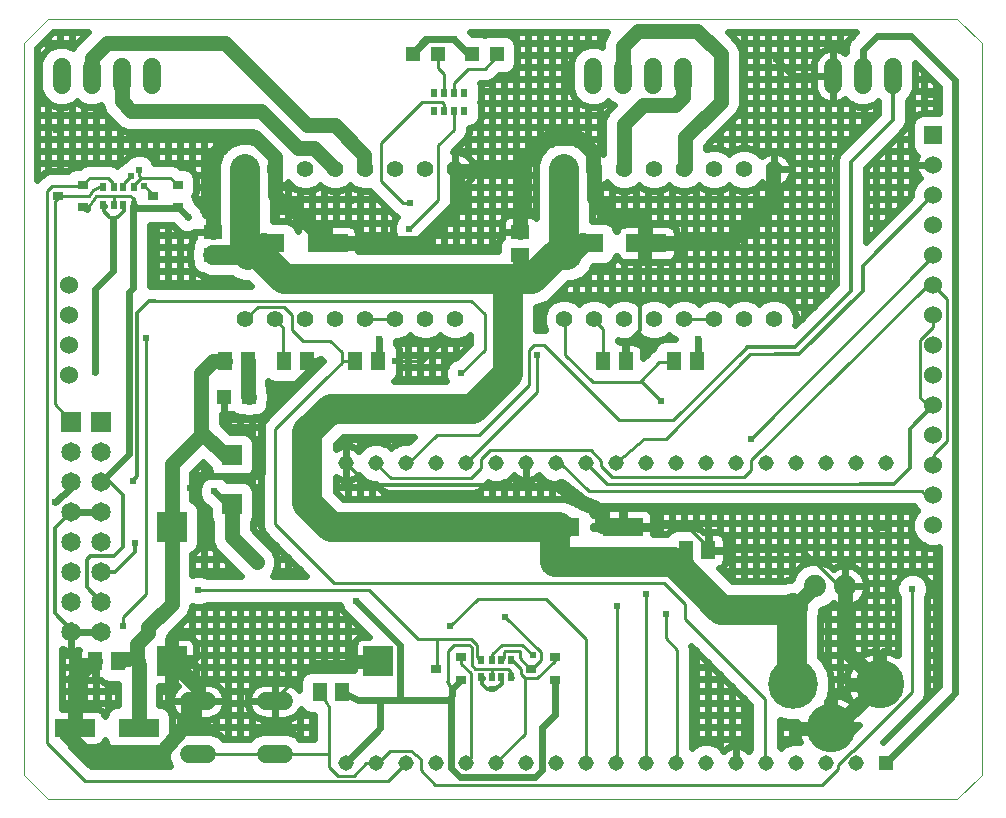
<source format=gtl>
G75*
%MOIN*%
%OFA0B0*%
%FSLAX25Y25*%
%IPPOS*%
%LPD*%
%AMOC8*
5,1,8,0,0,1.08239X$1,22.5*
%
%ADD10C,0.00000*%
%ADD11C,0.06000*%
%ADD12R,0.06000X0.06000*%
%ADD13R,0.05150X0.05150*%
%ADD14C,0.05150*%
%ADD15C,0.05543*%
%ADD16R,0.04724X0.04724*%
%ADD17R,0.05118X0.06299*%
%ADD18R,0.05906X0.05118*%
%ADD19R,0.13780X0.06299*%
%ADD20C,0.16598*%
%ADD21C,0.16200*%
%ADD22C,0.07400*%
%ADD23R,0.05118X0.05906*%
%ADD24R,0.10000X0.10000*%
%ADD25C,0.05937*%
%ADD26C,0.06000*%
%ADD27R,0.06693X0.07087*%
%ADD28R,0.03543X0.03150*%
%ADD29R,0.02362X0.03150*%
%ADD30R,0.01969X0.03150*%
%ADD31R,0.06500X0.06500*%
%ADD32C,0.06500*%
%ADD33C,0.05000*%
%ADD34C,0.01200*%
%ADD35C,0.02400*%
%ADD36C,0.03200*%
%ADD37C,0.02400*%
%ADD38C,0.01000*%
%ADD39OC8,0.02400*%
%ADD40C,0.10000*%
%ADD41C,0.06600*%
%ADD42C,0.04400*%
%ADD43C,0.04000*%
D10*
X0001000Y0008874D02*
X0001000Y0252969D01*
X0008874Y0260843D01*
X0312024Y0260843D01*
X0320409Y0252969D01*
X0320409Y0008874D01*
X0312024Y0001000D01*
X0008874Y0001000D01*
X0001000Y0008874D01*
D11*
X0016039Y0142063D03*
X0016039Y0152063D03*
X0016039Y0162063D03*
X0016039Y0172063D03*
X0304150Y0172063D03*
X0304150Y0182063D03*
X0304150Y0192063D03*
X0304150Y0202063D03*
X0304150Y0212063D03*
X0304150Y0162063D03*
X0304150Y0152063D03*
X0304150Y0142063D03*
X0304150Y0132063D03*
X0304150Y0122063D03*
X0304150Y0112063D03*
X0304150Y0102063D03*
X0304150Y0092063D03*
D12*
X0304150Y0222063D03*
D13*
X0288402Y0012811D03*
D14*
X0278402Y0012811D03*
X0268402Y0012811D03*
X0258402Y0012811D03*
X0248402Y0012811D03*
X0238402Y0012811D03*
X0228402Y0012811D03*
X0218402Y0012811D03*
X0208402Y0012811D03*
X0198402Y0012811D03*
X0188402Y0012811D03*
X0178402Y0012811D03*
X0168402Y0012811D03*
X0158402Y0012811D03*
X0148402Y0012811D03*
X0138402Y0012811D03*
X0128402Y0012811D03*
X0118402Y0012811D03*
X0108402Y0012811D03*
X0108402Y0112811D03*
X0118402Y0112811D03*
X0128402Y0112811D03*
X0138402Y0112811D03*
X0148402Y0112811D03*
X0158402Y0112811D03*
X0168402Y0112811D03*
X0178402Y0112811D03*
X0188402Y0112811D03*
X0198402Y0112811D03*
X0208402Y0112811D03*
X0218402Y0112811D03*
X0228402Y0112811D03*
X0238402Y0112811D03*
X0248402Y0112811D03*
X0258402Y0112811D03*
X0268402Y0112811D03*
X0278402Y0112811D03*
X0288402Y0112811D03*
D15*
X0251039Y0160724D03*
X0241039Y0160724D03*
X0231039Y0160724D03*
X0221039Y0160724D03*
X0211039Y0160724D03*
X0201039Y0160724D03*
X0191039Y0160724D03*
X0181039Y0160724D03*
X0144740Y0160724D03*
X0134740Y0160724D03*
X0124740Y0160724D03*
X0114740Y0160724D03*
X0104740Y0160724D03*
X0094740Y0160724D03*
X0084740Y0160724D03*
X0074740Y0160724D03*
X0074740Y0210724D03*
X0084740Y0210724D03*
X0094740Y0210724D03*
X0104740Y0210724D03*
X0114740Y0210724D03*
X0124740Y0210724D03*
X0134740Y0210724D03*
X0144740Y0210724D03*
X0181039Y0210724D03*
X0191039Y0210724D03*
X0201039Y0210724D03*
X0211039Y0210724D03*
X0221039Y0210724D03*
X0231039Y0210724D03*
X0241039Y0210724D03*
X0251039Y0210724D03*
D16*
X0158677Y0249031D03*
X0150409Y0249031D03*
X0138992Y0249031D03*
X0130724Y0249031D03*
X0076000Y0134858D03*
X0067732Y0134858D03*
D17*
X0068126Y0146669D03*
X0075606Y0146669D03*
X0087811Y0146669D03*
X0095291Y0146669D03*
X0111433Y0146669D03*
X0118913Y0146669D03*
X0194110Y0146669D03*
X0201591Y0146669D03*
X0217732Y0146669D03*
X0225213Y0146669D03*
X0107102Y0036433D03*
X0099622Y0036433D03*
D18*
X0063992Y0182299D03*
X0063992Y0189780D03*
X0166354Y0189780D03*
X0166354Y0182299D03*
D19*
X0187220Y0186039D03*
X0208480Y0186039D03*
X0200606Y0091551D03*
X0179346Y0091551D03*
X0102181Y0186039D03*
X0080921Y0186039D03*
X0039189Y0024622D03*
X0017929Y0024622D03*
D20*
X0257387Y0039189D03*
D21*
X0269898Y0024380D03*
X0286209Y0039089D03*
D22*
X0274780Y0071866D03*
X0264780Y0071866D03*
D23*
X0229150Y0083677D03*
X0221669Y0083677D03*
X0032299Y0046669D03*
X0024819Y0046669D03*
D24*
X0050213Y0046669D03*
X0050213Y0091551D03*
X0119110Y0091551D03*
X0119110Y0046669D03*
D25*
X0087630Y0033480D02*
X0081693Y0033480D01*
X0081693Y0015764D02*
X0087630Y0015764D01*
X0062039Y0015764D02*
X0056102Y0015764D01*
X0056102Y0033480D02*
X0062039Y0033480D01*
D26*
X0043559Y0238906D02*
X0043559Y0244906D01*
X0033559Y0244906D02*
X0033559Y0238906D01*
X0023559Y0238906D02*
X0023559Y0244906D01*
X0013559Y0244906D02*
X0013559Y0238906D01*
X0190724Y0238906D02*
X0190724Y0244906D01*
X0200724Y0244906D02*
X0200724Y0238906D01*
X0210724Y0238906D02*
X0210724Y0244906D01*
X0220724Y0244906D02*
X0220724Y0238906D01*
X0270528Y0238906D02*
X0270528Y0244906D01*
X0280528Y0244906D02*
X0280528Y0238906D01*
X0290528Y0238906D02*
X0290528Y0244906D01*
D27*
X0070291Y0115370D03*
X0070291Y0099228D03*
D28*
X0138402Y0044307D03*
X0146669Y0040567D03*
X0146669Y0048047D03*
X0169898Y0044307D03*
X0178165Y0040567D03*
X0178165Y0048047D03*
X0052181Y0198047D03*
X0052181Y0205528D03*
X0043913Y0201787D03*
X0020685Y0198047D03*
X0020685Y0205528D03*
X0012417Y0201787D03*
D29*
X0027476Y0198835D03*
X0027476Y0204740D03*
X0037516Y0204740D03*
X0037516Y0198835D03*
X0137713Y0230331D03*
X0137713Y0236236D03*
X0147752Y0236236D03*
X0147752Y0230331D03*
X0153461Y0047260D03*
X0153461Y0041354D03*
X0163500Y0041354D03*
X0163500Y0047260D03*
D30*
X0160055Y0047260D03*
X0156906Y0047260D03*
X0156906Y0041354D03*
X0160055Y0041354D03*
X0034071Y0198835D03*
X0030921Y0198835D03*
X0030921Y0204740D03*
X0034071Y0204740D03*
X0141157Y0230331D03*
X0144307Y0230331D03*
X0144307Y0236236D03*
X0141157Y0236236D03*
D31*
X0026748Y0126551D03*
X0016748Y0126551D03*
D32*
X0016748Y0116551D03*
X0016748Y0106551D03*
X0016748Y0096551D03*
X0026748Y0096551D03*
X0026748Y0106551D03*
X0026748Y0116551D03*
X0026748Y0086551D03*
X0026748Y0076551D03*
X0026748Y0066551D03*
X0026748Y0056551D03*
X0016748Y0056551D03*
X0016748Y0066551D03*
X0016748Y0076551D03*
X0016748Y0086551D03*
D33*
X0042339Y0058087D02*
X0042339Y0056118D01*
X0038697Y0052476D01*
X0038697Y0048146D01*
X0032299Y0046669D01*
X0038697Y0048146D02*
X0039189Y0045291D01*
X0039189Y0024622D01*
X0047063Y0016354D02*
X0021472Y0016354D01*
X0015173Y0022654D01*
X0015173Y0023441D01*
X0017929Y0024622D01*
X0017929Y0041354D01*
X0024819Y0046669D01*
X0042339Y0058087D02*
X0050213Y0065961D01*
X0050213Y0091551D01*
X0050213Y0112417D01*
X0060055Y0122260D01*
X0060055Y0123047D01*
X0060055Y0142732D01*
X0063992Y0146669D01*
X0068126Y0146669D01*
X0075606Y0146669D02*
X0075606Y0135252D01*
X0076000Y0134858D01*
X0060055Y0123047D02*
X0068126Y0115370D01*
X0070291Y0115370D01*
X0070291Y0099228D02*
X0070291Y0088008D01*
X0078559Y0079740D01*
X0050213Y0046669D02*
X0059071Y0037811D01*
X0059071Y0033480D01*
X0057496Y0033480D01*
X0055724Y0031709D01*
X0055724Y0026591D01*
X0047063Y0016354D01*
X0180134Y0105331D02*
X0187220Y0099425D01*
X0191157Y0098244D01*
X0193565Y0095837D01*
X0193565Y0091900D01*
X0257387Y0064473D02*
X0257387Y0039189D01*
X0269898Y0024380D02*
X0271499Y0024380D01*
X0286209Y0039089D01*
X0274780Y0050518D01*
X0274780Y0071866D01*
X0264780Y0071866D02*
X0257387Y0064473D01*
X0166354Y0174228D02*
X0166354Y0182299D01*
X0166354Y0189780D02*
X0166354Y0210055D01*
X0166354Y0212024D01*
X0175409Y0221079D01*
X0186039Y0221079D01*
X0190764Y0216354D01*
X0190764Y0211000D01*
X0191039Y0210724D01*
X0191039Y0201118D01*
X0197063Y0195094D01*
X0205331Y0195094D01*
X0208087Y0192339D01*
X0208087Y0186433D01*
X0208480Y0186039D01*
X0236039Y0186039D01*
X0250606Y0200606D01*
X0250606Y0210291D01*
X0251039Y0210724D01*
X0233283Y0233283D02*
X0221472Y0221472D01*
X0221472Y0211157D01*
X0221039Y0210724D01*
X0201039Y0210724D02*
X0201039Y0225843D01*
X0207299Y0232102D01*
X0217929Y0232102D01*
X0220685Y0234858D01*
X0220685Y0241866D01*
X0233283Y0249031D02*
X0233283Y0233283D01*
X0233283Y0249031D02*
X0225409Y0256906D01*
X0205724Y0256906D01*
X0200724Y0251906D01*
X0200724Y0241906D01*
X0166354Y0210055D02*
X0145409Y0210055D01*
X0144740Y0210724D01*
X0145488Y0209976D01*
X0145488Y0198638D01*
X0132890Y0186039D01*
X0109661Y0186039D01*
X0102181Y0186039D01*
X0091157Y0197063D01*
X0089976Y0197063D01*
X0084740Y0202299D01*
X0084740Y0210724D01*
X0084740Y0214898D01*
X0078165Y0221472D01*
X0069898Y0221472D01*
X0063992Y0215567D01*
X0063992Y0189780D01*
X0092339Y0217929D02*
X0097535Y0217929D01*
X0104740Y0210724D01*
X0114386Y0211079D02*
X0114740Y0210724D01*
X0114386Y0211079D02*
X0114386Y0215567D01*
X0104543Y0225409D01*
X0095488Y0225409D01*
X0067929Y0252969D01*
X0028559Y0252969D01*
X0023559Y0247969D01*
X0023559Y0241906D01*
X0033559Y0241906D02*
X0033559Y0233402D01*
X0036827Y0230134D01*
X0080134Y0230134D01*
X0092339Y0217929D01*
D34*
X0037516Y0200705D02*
X0037516Y0198835D01*
X0034300Y0198550D02*
X0034300Y0196750D01*
X0032500Y0194950D01*
X0030700Y0194163D01*
X0029350Y0194950D01*
X0027550Y0196750D01*
X0027550Y0198550D01*
X0034071Y0198835D02*
X0034300Y0198550D01*
X0042831Y0166846D02*
X0038795Y0162811D01*
X0038795Y0108480D01*
X0037220Y0106906D01*
X0034071Y0102181D02*
X0034071Y0084858D01*
X0030921Y0081709D01*
X0023047Y0081709D01*
X0021866Y0080528D01*
X0021866Y0071433D01*
X0026748Y0066551D01*
X0026748Y0076551D02*
X0031276Y0076551D01*
X0038008Y0083283D01*
X0038008Y0086039D01*
X0034071Y0102181D02*
X0029701Y0106551D01*
X0026748Y0106551D01*
X0016748Y0096551D02*
X0011236Y0091039D01*
X0011236Y0062811D01*
X0016748Y0057299D01*
X0016748Y0056551D01*
X0024819Y0046669D02*
X0024850Y0046563D01*
X0084700Y0033850D02*
X0084661Y0033480D01*
X0084700Y0033850D02*
X0097300Y0046450D01*
X0118900Y0046450D01*
X0119110Y0046669D01*
X0142339Y0039976D02*
X0143520Y0037220D01*
X0153550Y0039250D02*
X0155350Y0037450D01*
X0158500Y0037450D01*
X0159175Y0038125D01*
X0157094Y0037450D01*
X0159175Y0038125D02*
X0160300Y0039250D01*
X0160300Y0041050D01*
X0160055Y0041354D01*
X0163500Y0041354D02*
X0163900Y0041050D01*
X0153550Y0041050D02*
X0153550Y0039250D01*
X0193565Y0091900D02*
X0200350Y0091900D01*
X0200606Y0091551D01*
X0200800Y0091450D01*
X0222400Y0091450D01*
X0228700Y0085150D01*
X0228700Y0083800D01*
X0229150Y0083677D01*
X0229600Y0083350D01*
X0261100Y0083350D01*
X0272350Y0072100D01*
X0274780Y0071866D01*
X0279775Y0105963D02*
X0291002Y0105963D01*
X0296276Y0111236D01*
X0296276Y0124189D01*
X0304150Y0132063D01*
X0280528Y0170291D02*
X0280528Y0178441D01*
X0304150Y0202063D01*
X0290528Y0227191D02*
X0276591Y0213254D01*
X0276591Y0170291D01*
X0257938Y0151639D01*
X0241976Y0151639D01*
X0251313Y0149163D02*
X0259400Y0149163D01*
X0280528Y0170291D01*
X0251039Y0210724D02*
X0252100Y0212950D01*
X0290528Y0227191D02*
X0290528Y0241906D01*
X0208480Y0186039D02*
X0206256Y0184206D01*
X0206256Y0157150D01*
X0201700Y0152594D01*
X0201700Y0146800D01*
X0201591Y0146669D01*
X0168400Y0112600D02*
X0168323Y0112600D01*
X0168323Y0105513D01*
X0115750Y0105513D01*
X0108663Y0112600D01*
X0108550Y0112600D01*
X0108402Y0112811D01*
X0080232Y0126984D02*
X0067929Y0126984D01*
X0067929Y0134858D01*
X0067732Y0134858D01*
X0094996Y0146669D02*
X0095291Y0146669D01*
X0094996Y0146669D02*
X0095980Y0147654D01*
X0099917Y0146669D01*
X0044799Y0166846D02*
X0042831Y0166846D01*
X0168323Y0105513D02*
X0177772Y0105513D01*
X0178559Y0106118D01*
X0180134Y0105331D01*
X0178635Y0105513D02*
X0177772Y0105513D01*
D35*
X0177014Y0105836D02*
X0179789Y0105836D01*
X0179852Y0105862D01*
X0185128Y0100587D01*
X0185128Y0100587D01*
X0186506Y0099208D01*
X0186766Y0099101D01*
X0185090Y0099101D01*
X0184671Y0099520D01*
X0181216Y0100951D01*
X0124985Y0100951D01*
X0107256Y0100951D01*
X0104888Y0103319D01*
X0104888Y0108226D01*
X0105375Y0107872D01*
X0106185Y0107459D01*
X0107049Y0107178D01*
X0107947Y0107036D01*
X0108402Y0107036D01*
X0108856Y0107036D01*
X0109754Y0107178D01*
X0110618Y0107459D01*
X0111428Y0107872D01*
X0112164Y0108406D01*
X0112553Y0108796D01*
X0114451Y0106898D01*
X0117014Y0105836D01*
X0118284Y0105836D01*
X0120512Y0103609D01*
X0122313Y0102863D01*
X0150925Y0102863D01*
X0152726Y0103609D01*
X0154104Y0104987D01*
X0155557Y0106440D01*
X0157014Y0105836D01*
X0159789Y0105836D01*
X0162352Y0106898D01*
X0164250Y0108796D01*
X0164640Y0108406D01*
X0165375Y0107872D01*
X0166185Y0107459D01*
X0167049Y0107178D01*
X0167947Y0107036D01*
X0168402Y0107036D01*
X0168856Y0107036D01*
X0169754Y0107178D01*
X0170618Y0107459D01*
X0171428Y0107872D01*
X0172164Y0108406D01*
X0172553Y0108796D01*
X0174451Y0106898D01*
X0177014Y0105836D01*
X0177000Y0105842D02*
X0177000Y0100951D01*
X0181000Y0100951D02*
X0181000Y0104714D01*
X0180714Y0105000D02*
X0154117Y0105000D01*
X0153000Y0103883D02*
X0153000Y0100951D01*
X0149000Y0100951D02*
X0149000Y0102863D01*
X0145000Y0102863D02*
X0145000Y0100951D01*
X0141000Y0100951D02*
X0141000Y0102863D01*
X0137000Y0102863D02*
X0137000Y0100951D01*
X0133000Y0100951D02*
X0133000Y0102863D01*
X0129000Y0102863D02*
X0129000Y0100951D01*
X0125000Y0100951D02*
X0125000Y0102863D01*
X0121000Y0103406D02*
X0121000Y0100951D01*
X0117000Y0100951D02*
X0117000Y0105842D01*
X0119120Y0105000D02*
X0104888Y0105000D01*
X0105000Y0103207D02*
X0105000Y0108144D01*
X0108402Y0109000D02*
X0108402Y0109000D01*
X0108402Y0107036D02*
X0108402Y0112811D01*
X0108402Y0107036D01*
X0109000Y0107059D02*
X0109000Y0100951D01*
X0107207Y0101000D02*
X0184714Y0101000D01*
X0185000Y0100714D02*
X0185000Y0099191D01*
X0188653Y0098462D02*
X0297631Y0098462D01*
X0297876Y0097871D01*
X0298684Y0097063D01*
X0297876Y0096255D01*
X0296750Y0093535D01*
X0296750Y0090591D01*
X0297876Y0087871D01*
X0299958Y0085790D01*
X0302678Y0084663D01*
X0305622Y0084663D01*
X0305900Y0084778D01*
X0305900Y0038420D01*
X0287266Y0019786D01*
X0287265Y0019786D01*
X0299876Y0032396D01*
X0301254Y0033774D01*
X0302000Y0035575D01*
X0302000Y0068003D01*
X0302700Y0069693D01*
X0302700Y0071921D01*
X0301847Y0073979D01*
X0300272Y0075555D01*
X0298214Y0076407D01*
X0295986Y0076407D01*
X0293928Y0075555D01*
X0292353Y0073979D01*
X0291500Y0071921D01*
X0291500Y0069693D01*
X0292200Y0068003D01*
X0292200Y0048670D01*
X0291683Y0048995D01*
X0290540Y0049545D01*
X0289342Y0049964D01*
X0288104Y0050247D01*
X0287409Y0050325D01*
X0287409Y0040289D01*
X0285009Y0040289D01*
X0285009Y0050325D01*
X0284313Y0050247D01*
X0283075Y0049964D01*
X0281878Y0049545D01*
X0280734Y0048995D01*
X0279659Y0048319D01*
X0278667Y0047528D01*
X0277770Y0046631D01*
X0276978Y0045638D01*
X0276303Y0044564D01*
X0275752Y0043420D01*
X0275333Y0042222D01*
X0275051Y0040985D01*
X0274972Y0040289D01*
X0285009Y0040289D01*
X0285009Y0037889D01*
X0274972Y0037889D01*
X0275051Y0037193D01*
X0275333Y0035956D01*
X0275752Y0034758D01*
X0276244Y0033738D01*
X0275372Y0034285D01*
X0274229Y0034836D01*
X0273031Y0035255D01*
X0271793Y0035537D01*
X0271098Y0035616D01*
X0271098Y0025580D01*
X0268698Y0025580D01*
X0268698Y0033382D01*
X0269220Y0034287D01*
X0270086Y0037517D01*
X0270086Y0040861D01*
X0269220Y0044091D01*
X0267548Y0046986D01*
X0266305Y0048229D01*
X0266305Y0061442D01*
X0266787Y0062603D01*
X0266787Y0063930D01*
X0269368Y0064999D01*
X0270682Y0066313D01*
X0270938Y0066117D01*
X0271721Y0065664D01*
X0272557Y0065318D01*
X0273431Y0065084D01*
X0274327Y0064966D01*
X0274779Y0064966D01*
X0274779Y0071866D01*
X0274780Y0071866D01*
X0274780Y0071866D01*
X0281680Y0071866D01*
X0281680Y0071414D01*
X0281561Y0070517D01*
X0281327Y0069643D01*
X0280981Y0068808D01*
X0280529Y0068024D01*
X0279978Y0067307D01*
X0279339Y0066667D01*
X0278621Y0066117D01*
X0277838Y0065664D01*
X0277002Y0065318D01*
X0276129Y0065084D01*
X0275232Y0064966D01*
X0274780Y0064966D01*
X0274780Y0071866D01*
X0281680Y0071866D01*
X0281680Y0072318D01*
X0281561Y0073215D01*
X0281327Y0074089D01*
X0280981Y0074924D01*
X0280529Y0075708D01*
X0279978Y0076425D01*
X0279339Y0077065D01*
X0278621Y0077616D01*
X0277838Y0078068D01*
X0277002Y0078414D01*
X0276129Y0078648D01*
X0275232Y0078766D01*
X0274780Y0078766D01*
X0274780Y0071866D01*
X0274779Y0071866D01*
X0274779Y0078766D01*
X0274327Y0078766D01*
X0273431Y0078648D01*
X0272557Y0078414D01*
X0271721Y0078068D01*
X0270938Y0077616D01*
X0270682Y0077419D01*
X0269368Y0078733D01*
X0266391Y0079966D01*
X0263168Y0079966D01*
X0260191Y0078733D01*
X0257913Y0076454D01*
X0256844Y0073873D01*
X0255517Y0073873D01*
X0254355Y0073392D01*
X0237177Y0073392D01*
X0232840Y0077729D01*
X0233224Y0077889D01*
X0233749Y0078239D01*
X0234194Y0078685D01*
X0234544Y0079209D01*
X0234786Y0079791D01*
X0234909Y0080409D01*
X0234909Y0083598D01*
X0229229Y0083598D01*
X0229229Y0083757D01*
X0229070Y0083757D01*
X0229070Y0089830D01*
X0227251Y0089830D01*
X0226721Y0090360D01*
X0225104Y0091030D01*
X0218235Y0091030D01*
X0216618Y0090360D01*
X0215398Y0089140D01*
X0210696Y0089140D01*
X0210696Y0091176D01*
X0200981Y0091176D01*
X0200981Y0091926D01*
X0200231Y0091926D01*
X0200231Y0091176D01*
X0190636Y0091176D01*
X0190636Y0091926D01*
X0200231Y0091926D01*
X0200231Y0097901D01*
X0193401Y0097901D01*
X0192783Y0097778D01*
X0192201Y0097537D01*
X0191677Y0097186D01*
X0191231Y0096741D01*
X0190881Y0096217D01*
X0190640Y0095634D01*
X0190631Y0095589D01*
X0189966Y0097193D01*
X0188729Y0098431D01*
X0188653Y0098462D01*
X0189000Y0098462D02*
X0189000Y0098160D01*
X0190046Y0097000D02*
X0191490Y0097000D01*
X0193000Y0097821D02*
X0193000Y0098462D01*
X0197000Y0098462D02*
X0197000Y0097901D01*
X0200231Y0097000D02*
X0200981Y0097000D01*
X0200981Y0097901D02*
X0200981Y0091926D01*
X0210696Y0091926D01*
X0210696Y0095016D01*
X0210573Y0095634D01*
X0210332Y0096217D01*
X0209982Y0096741D01*
X0209536Y0097186D01*
X0209012Y0097537D01*
X0208429Y0097778D01*
X0207811Y0097901D01*
X0200981Y0097901D01*
X0201000Y0097901D02*
X0201000Y0098462D01*
X0205000Y0098462D02*
X0205000Y0097901D01*
X0200981Y0093000D02*
X0200231Y0093000D01*
X0201000Y0091926D02*
X0201000Y0091176D01*
X0197000Y0091176D02*
X0197000Y0091926D01*
X0193000Y0091926D02*
X0193000Y0091176D01*
X0205000Y0091176D02*
X0205000Y0091926D01*
X0209000Y0091926D02*
X0209000Y0091176D01*
X0210696Y0093000D02*
X0296750Y0093000D01*
X0297000Y0094139D02*
X0297000Y0098462D01*
X0298621Y0097000D02*
X0209722Y0097000D01*
X0209000Y0097541D02*
X0209000Y0098462D01*
X0213000Y0098462D02*
X0213000Y0089140D01*
X0217000Y0090518D02*
X0217000Y0098462D01*
X0221000Y0098462D02*
X0221000Y0091030D01*
X0225000Y0091030D02*
X0225000Y0098462D01*
X0229000Y0098462D02*
X0229000Y0089830D01*
X0229229Y0089830D02*
X0229229Y0083757D01*
X0234909Y0083757D01*
X0234909Y0086945D01*
X0234786Y0087563D01*
X0234544Y0088146D01*
X0234194Y0088670D01*
X0233749Y0089116D01*
X0233224Y0089466D01*
X0232642Y0089707D01*
X0232024Y0089830D01*
X0229229Y0089830D01*
X0229229Y0089000D02*
X0229070Y0089000D01*
X0233000Y0089559D02*
X0233000Y0098462D01*
X0237000Y0098462D02*
X0237000Y0073569D01*
X0241000Y0073392D02*
X0241000Y0098462D01*
X0245000Y0098462D02*
X0245000Y0073392D01*
X0249000Y0073392D02*
X0249000Y0098462D01*
X0253000Y0098462D02*
X0253000Y0073392D01*
X0257000Y0074251D02*
X0257000Y0098462D01*
X0261000Y0098462D02*
X0261000Y0079068D01*
X0258458Y0077000D02*
X0233569Y0077000D01*
X0233000Y0077569D02*
X0233000Y0077796D01*
X0234909Y0081000D02*
X0305900Y0081000D01*
X0305000Y0084663D02*
X0305000Y0037520D01*
X0304480Y0037000D02*
X0302000Y0037000D01*
X0301000Y0033520D02*
X0301000Y0033520D01*
X0300480Y0033000D02*
X0300480Y0033000D01*
X0299876Y0032396D02*
X0299876Y0032396D01*
X0297000Y0029520D02*
X0297000Y0029520D01*
X0296480Y0029000D02*
X0296480Y0029000D01*
X0293000Y0025520D02*
X0293000Y0025520D01*
X0292480Y0025000D02*
X0292480Y0025000D01*
X0289000Y0021520D02*
X0289000Y0021520D01*
X0288480Y0021000D02*
X0288480Y0021000D01*
X0288550Y0013150D02*
X0288402Y0012811D01*
X0288550Y0013150D02*
X0311500Y0036100D01*
X0311500Y0240500D01*
X0296669Y0255331D01*
X0285252Y0255331D01*
X0280528Y0250606D01*
X0280528Y0241906D01*
X0274679Y0249522D02*
X0274567Y0249635D01*
X0273777Y0250208D01*
X0272908Y0250651D01*
X0271979Y0250953D01*
X0271016Y0251105D01*
X0270528Y0251105D01*
X0270528Y0241906D01*
X0270527Y0241906D01*
X0270527Y0241905D01*
X0270528Y0241905D01*
X0270528Y0232706D01*
X0271016Y0232706D01*
X0271979Y0232858D01*
X0272908Y0233160D01*
X0273777Y0233603D01*
X0274567Y0234176D01*
X0274679Y0234289D01*
X0276336Y0232632D01*
X0279056Y0231506D01*
X0282000Y0231506D01*
X0284719Y0232632D01*
X0285528Y0233440D01*
X0285528Y0229262D01*
X0272352Y0216086D01*
X0271591Y0214248D01*
X0271591Y0172362D01*
X0257988Y0158760D01*
X0258211Y0159298D01*
X0258211Y0162151D01*
X0257119Y0164787D01*
X0255102Y0166804D01*
X0252466Y0167896D01*
X0249613Y0167896D01*
X0246977Y0166804D01*
X0246039Y0165867D01*
X0245102Y0166804D01*
X0242466Y0167896D01*
X0239613Y0167896D01*
X0236977Y0166804D01*
X0236039Y0165867D01*
X0235102Y0166804D01*
X0232466Y0167896D01*
X0229613Y0167896D01*
X0226977Y0166804D01*
X0226039Y0165867D01*
X0225102Y0166804D01*
X0222466Y0167896D01*
X0219613Y0167896D01*
X0216977Y0166804D01*
X0216039Y0165867D01*
X0215102Y0166804D01*
X0212466Y0167896D01*
X0209613Y0167896D01*
X0206977Y0166804D01*
X0206039Y0165867D01*
X0205102Y0166804D01*
X0202466Y0167896D01*
X0199613Y0167896D01*
X0196977Y0166804D01*
X0196039Y0165867D01*
X0195102Y0166804D01*
X0192466Y0167896D01*
X0189613Y0167896D01*
X0186977Y0166804D01*
X0186039Y0165867D01*
X0185102Y0166804D01*
X0182466Y0167896D01*
X0179613Y0167896D01*
X0176977Y0166804D01*
X0174960Y0164787D01*
X0173868Y0162151D01*
X0173868Y0159298D01*
X0174786Y0157081D01*
X0171620Y0157081D01*
X0171620Y0164828D01*
X0172161Y0164828D01*
X0175616Y0166259D01*
X0178260Y0168904D01*
X0182256Y0172899D01*
X0183972Y0172899D01*
X0187427Y0174330D01*
X0190071Y0176975D01*
X0190699Y0178490D01*
X0194985Y0178490D01*
X0196603Y0179160D01*
X0197840Y0180397D01*
X0198505Y0182001D01*
X0198514Y0181956D01*
X0198755Y0181374D01*
X0199105Y0180850D01*
X0199551Y0180404D01*
X0200075Y0180054D01*
X0200657Y0179813D01*
X0201275Y0179690D01*
X0208105Y0179690D01*
X0208105Y0185664D01*
X0208855Y0185664D01*
X0208855Y0179690D01*
X0215685Y0179690D01*
X0216303Y0179813D01*
X0216886Y0180054D01*
X0217410Y0180404D01*
X0217856Y0180850D01*
X0218206Y0181374D01*
X0218447Y0181956D01*
X0218570Y0182575D01*
X0218570Y0185665D01*
X0208855Y0185665D01*
X0208855Y0186414D01*
X0218570Y0186414D01*
X0218570Y0189504D01*
X0218447Y0190122D01*
X0218206Y0190705D01*
X0217856Y0191229D01*
X0217410Y0191675D01*
X0216886Y0192025D01*
X0216303Y0192266D01*
X0215685Y0192389D01*
X0208855Y0192389D01*
X0208855Y0186414D01*
X0208105Y0186414D01*
X0208105Y0192389D01*
X0201275Y0192389D01*
X0200657Y0192266D01*
X0200075Y0192025D01*
X0199551Y0191675D01*
X0199105Y0191229D01*
X0198755Y0190705D01*
X0198514Y0190122D01*
X0198505Y0190078D01*
X0197840Y0191681D01*
X0196603Y0192919D01*
X0194985Y0193589D01*
X0190439Y0193589D01*
X0190439Y0204773D01*
X0190569Y0204753D01*
X0191039Y0204753D01*
X0191039Y0210724D01*
X0191039Y0210724D01*
X0191039Y0204753D01*
X0191509Y0204753D01*
X0192438Y0204900D01*
X0193332Y0205190D01*
X0194169Y0205617D01*
X0194930Y0206169D01*
X0195191Y0206431D01*
X0196977Y0204645D01*
X0199613Y0203553D01*
X0202466Y0203553D01*
X0205102Y0204645D01*
X0206039Y0205582D01*
X0206977Y0204645D01*
X0209613Y0203553D01*
X0212466Y0203553D01*
X0215102Y0204645D01*
X0216039Y0205582D01*
X0216977Y0204645D01*
X0219613Y0203553D01*
X0222466Y0203553D01*
X0225102Y0204645D01*
X0226039Y0205582D01*
X0226977Y0204645D01*
X0229613Y0203553D01*
X0232466Y0203553D01*
X0235102Y0204645D01*
X0236039Y0205582D01*
X0236977Y0204645D01*
X0239613Y0203553D01*
X0242466Y0203553D01*
X0245102Y0204645D01*
X0246888Y0206431D01*
X0247149Y0206169D01*
X0247910Y0205617D01*
X0248747Y0205190D01*
X0249641Y0204900D01*
X0250569Y0204753D01*
X0251039Y0204753D01*
X0251039Y0210724D01*
X0251039Y0210724D01*
X0251039Y0204753D01*
X0251509Y0204753D01*
X0252438Y0204900D01*
X0253332Y0205190D01*
X0254169Y0205617D01*
X0254930Y0206169D01*
X0255594Y0206834D01*
X0256147Y0207595D01*
X0256574Y0208432D01*
X0256864Y0209326D01*
X0257011Y0210254D01*
X0257011Y0210724D01*
X0251039Y0210724D01*
X0251039Y0210724D01*
X0251039Y0210725D02*
X0251039Y0216696D01*
X0250569Y0216696D01*
X0249641Y0216549D01*
X0248747Y0216259D01*
X0247910Y0215832D01*
X0247149Y0215279D01*
X0246888Y0215018D01*
X0245102Y0216804D01*
X0242466Y0217896D01*
X0239613Y0217896D01*
X0236977Y0216804D01*
X0236039Y0215867D01*
X0235102Y0216804D01*
X0232466Y0217896D01*
X0229613Y0217896D01*
X0228372Y0217382D01*
X0228372Y0218614D01*
X0239133Y0229375D01*
X0240183Y0231911D01*
X0240183Y0250404D01*
X0239133Y0252940D01*
X0237192Y0254881D01*
X0235630Y0256443D01*
X0278444Y0256443D01*
X0277355Y0255354D01*
X0275780Y0253778D01*
X0274928Y0251720D01*
X0274928Y0249771D01*
X0274679Y0249522D01*
X0273000Y0250604D02*
X0273000Y0256443D01*
X0269000Y0256443D02*
X0269000Y0250928D01*
X0269076Y0250953D02*
X0268148Y0250651D01*
X0267278Y0250208D01*
X0266489Y0249635D01*
X0265798Y0248945D01*
X0265225Y0248155D01*
X0264782Y0247285D01*
X0264480Y0246357D01*
X0264328Y0245393D01*
X0264328Y0241906D01*
X0270527Y0241906D01*
X0270527Y0251105D01*
X0270040Y0251105D01*
X0269076Y0250953D01*
X0270527Y0249000D02*
X0270528Y0249000D01*
X0270527Y0245000D02*
X0270528Y0245000D01*
X0270528Y0241906D02*
X0257339Y0241906D01*
X0251787Y0247457D01*
X0253000Y0256443D02*
X0253000Y0216366D01*
X0253332Y0216259D02*
X0252438Y0216549D01*
X0251509Y0216696D01*
X0251039Y0216696D01*
X0251039Y0210725D01*
X0251039Y0210725D01*
X0251039Y0210724D02*
X0257011Y0210724D01*
X0257011Y0211194D01*
X0256864Y0212123D01*
X0256574Y0213017D01*
X0256147Y0213854D01*
X0255594Y0214615D01*
X0254930Y0215279D01*
X0254169Y0215832D01*
X0253332Y0216259D01*
X0251039Y0213000D02*
X0251039Y0213000D01*
X0253000Y0210724D02*
X0253000Y0210724D01*
X0251039Y0209000D02*
X0251039Y0209000D01*
X0251039Y0205000D02*
X0251039Y0205000D01*
X0249333Y0205000D02*
X0245457Y0205000D01*
X0245000Y0204602D02*
X0245000Y0166846D01*
X0249000Y0167642D02*
X0249000Y0205108D01*
X0252746Y0205000D02*
X0271591Y0205000D01*
X0271591Y0209000D02*
X0256758Y0209000D01*
X0257000Y0210185D02*
X0257000Y0164906D01*
X0256906Y0165000D02*
X0264228Y0165000D01*
X0265000Y0165772D02*
X0265000Y0236097D01*
X0264782Y0236526D02*
X0265225Y0235656D01*
X0265798Y0234866D01*
X0266489Y0234176D01*
X0267278Y0233603D01*
X0268148Y0233160D01*
X0269076Y0232858D01*
X0270040Y0232706D01*
X0270527Y0232706D01*
X0270527Y0241905D01*
X0264328Y0241905D01*
X0264328Y0238418D01*
X0264480Y0237454D01*
X0264782Y0236526D01*
X0264628Y0237000D02*
X0240183Y0237000D01*
X0240183Y0233000D02*
X0268639Y0233000D01*
X0269000Y0232883D02*
X0269000Y0169772D01*
X0268228Y0169000D02*
X0178357Y0169000D01*
X0177000Y0167643D02*
X0177000Y0166814D01*
X0175173Y0165000D02*
X0172576Y0165000D01*
X0173000Y0165176D02*
X0173000Y0157081D01*
X0173868Y0161000D02*
X0171620Y0161000D01*
X0181000Y0167896D02*
X0181000Y0171643D01*
X0184215Y0173000D02*
X0271591Y0173000D01*
X0271591Y0177000D02*
X0190082Y0177000D01*
X0189000Y0175903D02*
X0189000Y0167642D01*
X0185000Y0166846D02*
X0185000Y0173325D01*
X0193000Y0178490D02*
X0193000Y0167675D01*
X0197000Y0166814D02*
X0197000Y0179557D01*
X0198090Y0181000D02*
X0199005Y0181000D01*
X0201000Y0179745D02*
X0201000Y0167896D01*
X0205000Y0166846D02*
X0205000Y0179690D01*
X0208105Y0181000D02*
X0208855Y0181000D01*
X0209000Y0179690D02*
X0209000Y0167642D01*
X0213000Y0167675D02*
X0213000Y0179690D01*
X0217000Y0180130D02*
X0217000Y0166814D01*
X0221000Y0167896D02*
X0221000Y0203553D01*
X0217000Y0204635D02*
X0217000Y0191948D01*
X0218570Y0189000D02*
X0271591Y0189000D01*
X0271591Y0193000D02*
X0196407Y0193000D01*
X0197000Y0192522D02*
X0197000Y0204635D01*
X0196622Y0205000D02*
X0192746Y0205000D01*
X0193000Y0205082D02*
X0193000Y0193589D01*
X0190439Y0197000D02*
X0271591Y0197000D01*
X0271591Y0201000D02*
X0190439Y0201000D01*
X0191039Y0205000D02*
X0191039Y0205000D01*
X0191039Y0209000D02*
X0191039Y0209000D01*
X0191039Y0210725D02*
X0191039Y0216696D01*
X0190569Y0216696D01*
X0189641Y0216549D01*
X0188786Y0216271D01*
X0186364Y0218693D01*
X0182909Y0220124D01*
X0179170Y0220124D01*
X0175715Y0218693D01*
X0173070Y0216049D01*
X0171639Y0212594D01*
X0171639Y0194532D01*
X0171347Y0194824D01*
X0170823Y0195174D01*
X0170240Y0195416D01*
X0169622Y0195539D01*
X0166434Y0195539D01*
X0166434Y0189859D01*
X0166275Y0189859D01*
X0166275Y0195539D01*
X0163086Y0195539D01*
X0162468Y0195416D01*
X0161886Y0195174D01*
X0161362Y0194824D01*
X0160916Y0194378D01*
X0160566Y0193854D01*
X0160325Y0193272D01*
X0160202Y0192654D01*
X0160202Y0189859D01*
X0166275Y0189859D01*
X0166275Y0189700D01*
X0160202Y0189700D01*
X0160202Y0187881D01*
X0159671Y0187351D01*
X0159002Y0185733D01*
X0159002Y0183628D01*
X0112271Y0183628D01*
X0112271Y0185665D01*
X0102556Y0185665D01*
X0102556Y0186414D01*
X0112271Y0186414D01*
X0112271Y0189504D01*
X0112148Y0190122D01*
X0111907Y0190705D01*
X0111556Y0191229D01*
X0111111Y0191675D01*
X0110587Y0192025D01*
X0110004Y0192266D01*
X0109386Y0192389D01*
X0102556Y0192389D01*
X0102556Y0186414D01*
X0101806Y0186414D01*
X0101806Y0192389D01*
X0094976Y0192389D01*
X0094358Y0192266D01*
X0093776Y0192025D01*
X0093251Y0191675D01*
X0092806Y0191229D01*
X0092456Y0190705D01*
X0092214Y0190122D01*
X0092205Y0190078D01*
X0091541Y0191681D01*
X0090303Y0192919D01*
X0088686Y0193589D01*
X0084140Y0193589D01*
X0084140Y0204773D01*
X0084270Y0204753D01*
X0084740Y0204753D01*
X0084740Y0210724D01*
X0084740Y0210724D01*
X0084740Y0204753D01*
X0085210Y0204753D01*
X0086139Y0204900D01*
X0087032Y0205190D01*
X0087870Y0205617D01*
X0088630Y0206169D01*
X0088892Y0206431D01*
X0090678Y0204645D01*
X0093314Y0203553D01*
X0096167Y0203553D01*
X0098803Y0204645D01*
X0099740Y0205582D01*
X0100678Y0204645D01*
X0103314Y0203553D01*
X0106167Y0203553D01*
X0108803Y0204645D01*
X0109740Y0205582D01*
X0110678Y0204645D01*
X0113314Y0203553D01*
X0116167Y0203553D01*
X0116276Y0203598D01*
X0117122Y0202751D01*
X0124690Y0195183D01*
X0125502Y0194847D01*
X0124728Y0194072D01*
X0123875Y0192014D01*
X0123875Y0189786D01*
X0124728Y0187728D01*
X0126303Y0186153D01*
X0128361Y0185300D01*
X0130589Y0185300D01*
X0132647Y0186153D01*
X0134223Y0187728D01*
X0134923Y0189418D01*
X0143304Y0197799D01*
X0144050Y0199600D01*
X0144050Y0204788D01*
X0144270Y0204753D01*
X0144740Y0204753D01*
X0144740Y0210724D01*
X0144740Y0210724D01*
X0144740Y0204753D01*
X0145210Y0204753D01*
X0146139Y0204900D01*
X0147032Y0205190D01*
X0147870Y0205617D01*
X0148630Y0206169D01*
X0149295Y0206834D01*
X0149848Y0207595D01*
X0150274Y0208432D01*
X0150565Y0209326D01*
X0150712Y0210254D01*
X0150712Y0210724D01*
X0144740Y0210724D01*
X0144740Y0210724D01*
X0144740Y0210725D02*
X0144740Y0216696D01*
X0144270Y0216696D01*
X0144066Y0216664D01*
X0147083Y0219681D01*
X0148461Y0221059D01*
X0149207Y0222860D01*
X0149207Y0224356D01*
X0149808Y0224356D01*
X0151425Y0225026D01*
X0152663Y0226263D01*
X0153333Y0227881D01*
X0153333Y0232781D01*
X0153125Y0233283D01*
X0153333Y0233786D01*
X0153333Y0238686D01*
X0153034Y0239407D01*
X0155518Y0239407D01*
X0157319Y0240153D01*
X0159435Y0242269D01*
X0161915Y0242269D01*
X0163532Y0242939D01*
X0164770Y0244177D01*
X0165439Y0245794D01*
X0165439Y0252269D01*
X0164770Y0253886D01*
X0163532Y0255124D01*
X0161915Y0255794D01*
X0155440Y0255794D01*
X0154543Y0255422D01*
X0153647Y0255794D01*
X0150411Y0255794D01*
X0149812Y0256443D01*
X0195503Y0256443D01*
X0194875Y0255814D01*
X0193824Y0253278D01*
X0193824Y0251631D01*
X0192196Y0252305D01*
X0189252Y0252305D01*
X0186533Y0251179D01*
X0184451Y0249097D01*
X0183324Y0246377D01*
X0183324Y0237434D01*
X0184451Y0234714D01*
X0186533Y0232632D01*
X0189252Y0231506D01*
X0192196Y0231506D01*
X0194916Y0232632D01*
X0195724Y0233440D01*
X0196533Y0232632D01*
X0197620Y0232182D01*
X0195190Y0229751D01*
X0194139Y0227215D01*
X0194139Y0215847D01*
X0193332Y0216259D01*
X0192438Y0216549D01*
X0191509Y0216696D01*
X0191039Y0216696D01*
X0191039Y0210725D01*
X0191039Y0210725D01*
X0191039Y0213000D02*
X0191039Y0213000D01*
X0193000Y0216366D02*
X0193000Y0231838D01*
X0195284Y0233000D02*
X0196165Y0233000D01*
X0197000Y0232439D02*
X0197000Y0231561D01*
X0194879Y0229000D02*
X0153333Y0229000D01*
X0153000Y0227077D02*
X0153000Y0183628D01*
X0149000Y0183628D02*
X0149000Y0206539D01*
X0150459Y0209000D02*
X0171639Y0209000D01*
X0171639Y0205000D02*
X0146447Y0205000D01*
X0145000Y0204753D02*
X0145000Y0183628D01*
X0141000Y0183628D02*
X0141000Y0195495D01*
X0142505Y0197000D02*
X0171639Y0197000D01*
X0169000Y0195539D02*
X0169000Y0256443D01*
X0165000Y0256443D02*
X0165000Y0253330D01*
X0165137Y0253000D02*
X0193824Y0253000D01*
X0193000Y0251973D02*
X0193000Y0256443D01*
X0189000Y0256443D02*
X0189000Y0252201D01*
X0185000Y0249646D02*
X0185000Y0256443D01*
X0181000Y0256443D02*
X0181000Y0220124D01*
X0185000Y0219258D02*
X0185000Y0234165D01*
X0186165Y0233000D02*
X0153242Y0233000D01*
X0153333Y0237000D02*
X0183504Y0237000D01*
X0183324Y0241000D02*
X0158166Y0241000D01*
X0157000Y0240021D02*
X0157000Y0183628D01*
X0159002Y0185000D02*
X0112271Y0185000D01*
X0113000Y0183628D02*
X0113000Y0203683D01*
X0110322Y0205000D02*
X0109158Y0205000D01*
X0109000Y0204842D02*
X0109000Y0192389D01*
X0105000Y0192389D02*
X0105000Y0203553D01*
X0101000Y0204511D02*
X0101000Y0192389D01*
X0101806Y0189000D02*
X0102556Y0189000D01*
X0105000Y0186414D02*
X0105000Y0185665D01*
X0109000Y0185665D02*
X0109000Y0186414D01*
X0112271Y0189000D02*
X0124201Y0189000D01*
X0125000Y0187456D02*
X0125000Y0183628D01*
X0121000Y0183628D02*
X0121000Y0198873D01*
X0122873Y0197000D02*
X0084140Y0197000D01*
X0085000Y0193589D02*
X0085000Y0204753D01*
X0084740Y0205000D02*
X0084740Y0205000D01*
X0086447Y0205000D02*
X0090322Y0205000D01*
X0089000Y0206322D02*
X0089000Y0193459D01*
X0090108Y0193000D02*
X0124284Y0193000D01*
X0125000Y0194344D02*
X0125000Y0195055D01*
X0118873Y0201000D02*
X0084140Y0201000D01*
X0093000Y0203683D02*
X0093000Y0191423D01*
X0097000Y0192389D02*
X0097000Y0203898D01*
X0099158Y0205000D02*
X0100322Y0205000D01*
X0084740Y0209000D02*
X0084740Y0209000D01*
X0084740Y0210725D02*
X0084740Y0215769D01*
X0084740Y0215770D01*
X0084740Y0210725D01*
X0084740Y0210725D01*
X0084740Y0213000D02*
X0084740Y0213000D01*
X0083342Y0216549D02*
X0082487Y0216271D01*
X0080065Y0218693D01*
X0076610Y0220124D01*
X0072870Y0220124D01*
X0069415Y0218693D01*
X0066771Y0216049D01*
X0065340Y0212594D01*
X0065340Y0195539D01*
X0064072Y0195539D01*
X0064072Y0189999D01*
X0063913Y0189999D01*
X0063913Y0195539D01*
X0061226Y0195539D01*
X0061226Y0196012D01*
X0060373Y0198070D01*
X0058798Y0199645D01*
X0058353Y0200090D01*
X0058353Y0200497D01*
X0057818Y0201787D01*
X0058353Y0203078D01*
X0058353Y0207978D01*
X0057683Y0209595D01*
X0056445Y0210832D01*
X0054828Y0211502D01*
X0053027Y0211502D01*
X0052376Y0212154D01*
X0050575Y0212900D01*
X0044513Y0212900D01*
X0044133Y0213818D01*
X0042558Y0215393D01*
X0040500Y0216246D01*
X0038272Y0216246D01*
X0036214Y0215393D01*
X0034638Y0213818D01*
X0034589Y0213699D01*
X0033378Y0213197D01*
X0032005Y0211825D01*
X0031676Y0212154D01*
X0029875Y0212900D01*
X0022075Y0212900D01*
X0020274Y0212154D01*
X0019623Y0211502D01*
X0018038Y0211502D01*
X0016421Y0210832D01*
X0015788Y0210200D01*
X0009475Y0210200D01*
X0007674Y0209454D01*
X0005931Y0207710D01*
X0005400Y0207180D01*
X0005400Y0251146D01*
X0010697Y0256443D01*
X0022275Y0256443D01*
X0017710Y0251877D01*
X0017469Y0251296D01*
X0015031Y0252305D01*
X0012087Y0252305D01*
X0009367Y0251179D01*
X0007286Y0249097D01*
X0006159Y0246377D01*
X0006159Y0237434D01*
X0007286Y0234714D01*
X0009367Y0232632D01*
X0012087Y0231506D01*
X0015031Y0231506D01*
X0017751Y0232632D01*
X0018559Y0233440D01*
X0019367Y0232632D01*
X0022087Y0231506D01*
X0025031Y0231506D01*
X0026659Y0232180D01*
X0026659Y0232029D01*
X0027710Y0229493D01*
X0030977Y0226225D01*
X0032918Y0224284D01*
X0035454Y0223234D01*
X0077276Y0223234D01*
X0083876Y0216634D01*
X0083342Y0216549D01*
X0083510Y0217000D02*
X0081758Y0217000D01*
X0081000Y0217758D02*
X0081000Y0219510D01*
X0079510Y0221000D02*
X0005400Y0221000D01*
X0005400Y0217000D02*
X0067722Y0217000D01*
X0069000Y0218278D02*
X0069000Y0223234D01*
X0073000Y0223234D02*
X0073000Y0220124D01*
X0077000Y0219963D02*
X0077000Y0223234D01*
X0065000Y0223234D02*
X0065000Y0195539D01*
X0065340Y0197000D02*
X0060817Y0197000D01*
X0061000Y0196557D02*
X0061000Y0223234D01*
X0057000Y0223234D02*
X0057000Y0210278D01*
X0057929Y0209000D02*
X0065340Y0209000D01*
X0065340Y0205000D02*
X0058353Y0205000D01*
X0058145Y0201000D02*
X0065340Y0201000D01*
X0058798Y0199645D02*
X0058798Y0199645D01*
X0055626Y0194898D02*
X0053165Y0197358D01*
X0052181Y0198047D01*
X0052181Y0197850D01*
X0037417Y0197850D01*
X0037417Y0171276D01*
X0035941Y0169799D01*
X0035941Y0115744D01*
X0026748Y0106551D01*
X0026748Y0096551D02*
X0016748Y0096551D01*
X0016748Y0096551D01*
X0020298Y0096551D01*
X0026748Y0096551D01*
X0026748Y0096551D01*
X0025000Y0096551D02*
X0025000Y0096551D01*
X0021000Y0096551D02*
X0021000Y0096551D01*
X0017000Y0096551D02*
X0017000Y0096551D01*
X0011433Y0099819D02*
X0016748Y0104346D01*
X0016748Y0106551D01*
X0024622Y0143224D02*
X0024622Y0170783D01*
X0030528Y0176689D01*
X0030700Y0177852D01*
X0030700Y0194163D01*
X0027550Y0198550D02*
X0027476Y0198835D01*
X0021981Y0197650D02*
X0020685Y0198047D01*
X0013000Y0210200D02*
X0013000Y0231506D01*
X0017000Y0232321D02*
X0017000Y0211072D01*
X0021000Y0212455D02*
X0021000Y0231956D01*
X0018999Y0233000D02*
X0018119Y0233000D01*
X0025000Y0231506D02*
X0025000Y0212900D01*
X0029000Y0212900D02*
X0029000Y0228203D01*
X0028203Y0229000D02*
X0005400Y0229000D01*
X0005400Y0233000D02*
X0008999Y0233000D01*
X0009000Y0232999D02*
X0009000Y0210003D01*
X0007220Y0209000D02*
X0005400Y0209000D01*
X0005400Y0213000D02*
X0033180Y0213000D01*
X0033000Y0212820D02*
X0033000Y0224250D01*
X0032203Y0225000D02*
X0005400Y0225000D01*
X0005400Y0237000D02*
X0006339Y0237000D01*
X0006159Y0241000D02*
X0005400Y0241000D01*
X0005400Y0245000D02*
X0006159Y0245000D01*
X0005400Y0249000D02*
X0007245Y0249000D01*
X0009000Y0250812D02*
X0009000Y0254746D01*
X0007254Y0253000D02*
X0018832Y0253000D01*
X0017000Y0251490D02*
X0017000Y0256443D01*
X0013000Y0256443D02*
X0013000Y0252305D01*
X0021000Y0255168D02*
X0021000Y0256443D01*
X0037000Y0223234D02*
X0037000Y0215719D01*
X0041000Y0216038D02*
X0041000Y0223234D01*
X0045000Y0223234D02*
X0045000Y0212900D01*
X0044472Y0213000D02*
X0065508Y0213000D01*
X0053000Y0211530D02*
X0053000Y0223234D01*
X0049000Y0223234D02*
X0049000Y0212900D01*
X0037516Y0198835D02*
X0037417Y0198343D01*
X0037417Y0197850D01*
X0043017Y0192250D02*
X0049105Y0192250D01*
X0049534Y0192072D01*
X0050532Y0192072D01*
X0050879Y0191726D01*
X0050879Y0191725D02*
X0052454Y0190150D01*
X0054512Y0189298D01*
X0056740Y0189298D01*
X0058095Y0189859D01*
X0062122Y0189859D01*
X0061738Y0189700D01*
X0057839Y0189700D01*
X0057839Y0187881D01*
X0057309Y0187351D01*
X0056639Y0185733D01*
X0056639Y0184669D01*
X0056292Y0183831D01*
X0056292Y0180768D01*
X0056639Y0179929D01*
X0056639Y0178865D01*
X0057309Y0177248D01*
X0058547Y0176010D01*
X0060164Y0175340D01*
X0060672Y0175340D01*
X0062460Y0174599D01*
X0070210Y0174599D01*
X0070478Y0174330D01*
X0073933Y0172899D01*
X0075650Y0172899D01*
X0076802Y0171746D01*
X0046035Y0171746D01*
X0045794Y0171846D01*
X0043017Y0171846D01*
X0043017Y0172389D01*
X0043017Y0192250D01*
X0045000Y0192250D02*
X0045000Y0171846D01*
X0043017Y0173000D02*
X0073690Y0173000D01*
X0073000Y0173286D02*
X0073000Y0171746D01*
X0069000Y0171746D02*
X0069000Y0174599D01*
X0065000Y0174599D02*
X0065000Y0171746D01*
X0061000Y0171746D02*
X0061000Y0175204D01*
X0057557Y0177000D02*
X0043017Y0177000D01*
X0043017Y0181000D02*
X0056292Y0181000D01*
X0057000Y0177994D02*
X0057000Y0171746D01*
X0053000Y0171746D02*
X0053000Y0189924D01*
X0050879Y0191725D02*
X0050879Y0191726D01*
X0049000Y0192250D02*
X0049000Y0171746D01*
X0043017Y0185000D02*
X0056639Y0185000D01*
X0057000Y0186604D02*
X0057000Y0189405D01*
X0057839Y0189000D02*
X0043017Y0189000D01*
X0061000Y0189700D02*
X0061000Y0189859D01*
X0063913Y0193000D02*
X0064072Y0193000D01*
X0095371Y0146749D02*
X0100523Y0146749D01*
X0100359Y0146590D01*
X0095371Y0146590D01*
X0095371Y0146749D01*
X0097000Y0146749D02*
X0097000Y0146590D01*
X0094047Y0140320D02*
X0081341Y0127533D01*
X0080659Y0126852D01*
X0080656Y0126844D01*
X0080650Y0126839D01*
X0080283Y0125943D01*
X0079913Y0125051D01*
X0079913Y0125043D01*
X0079910Y0125035D01*
X0079913Y0124068D01*
X0079913Y0091488D01*
X0080659Y0089687D01*
X0082037Y0088309D01*
X0095057Y0075290D01*
X0083867Y0075290D01*
X0084409Y0075832D01*
X0085459Y0078368D01*
X0085459Y0081113D01*
X0084409Y0083649D01*
X0077191Y0090866D01*
X0077191Y0093016D01*
X0077368Y0093193D01*
X0078038Y0094810D01*
X0078038Y0103647D01*
X0077368Y0105264D01*
X0076130Y0106502D01*
X0074513Y0107172D01*
X0068594Y0107172D01*
X0068339Y0107427D01*
X0074513Y0107427D01*
X0076130Y0108097D01*
X0077368Y0109334D01*
X0078038Y0110952D01*
X0078038Y0119789D01*
X0077368Y0121406D01*
X0076130Y0122644D01*
X0074513Y0123313D01*
X0069787Y0123313D01*
X0066955Y0126007D01*
X0066955Y0129296D01*
X0067732Y0129296D01*
X0067732Y0134858D01*
X0067732Y0134858D01*
X0067732Y0129296D01*
X0070410Y0129296D01*
X0070581Y0129330D01*
X0071145Y0128766D01*
X0072763Y0128096D01*
X0074295Y0128096D01*
X0074627Y0127958D01*
X0077372Y0127958D01*
X0077705Y0128096D01*
X0079237Y0128096D01*
X0080855Y0128766D01*
X0082092Y0130004D01*
X0082762Y0131621D01*
X0082762Y0133153D01*
X0082900Y0133486D01*
X0082900Y0136231D01*
X0082762Y0136563D01*
X0082762Y0138096D01*
X0082506Y0138713D01*
X0082506Y0140043D01*
X0082760Y0139790D01*
X0084377Y0139120D01*
X0091245Y0139120D01*
X0092862Y0139790D01*
X0093393Y0140320D01*
X0094047Y0140320D01*
X0093000Y0139927D02*
X0093000Y0139266D01*
X0090748Y0137000D02*
X0082762Y0137000D01*
X0085000Y0139120D02*
X0085000Y0131216D01*
X0086773Y0133000D02*
X0082762Y0133000D01*
X0082798Y0129000D02*
X0081089Y0129000D01*
X0081000Y0128911D02*
X0081000Y0127193D01*
X0080232Y0126984D02*
X0080232Y0112024D01*
X0080232Y0109366D01*
X0079346Y0108480D01*
X0060449Y0108480D01*
X0056512Y0104543D01*
X0057113Y0105000D02*
X0059101Y0105000D01*
X0058884Y0104476D02*
X0058884Y0102248D01*
X0059737Y0100190D01*
X0061312Y0098615D01*
X0061312Y0098615D01*
X0062545Y0097382D01*
X0062545Y0094810D01*
X0063215Y0093193D01*
X0063391Y0093016D01*
X0063391Y0086635D01*
X0064442Y0084099D01*
X0073251Y0075290D01*
X0061875Y0075290D01*
X0060185Y0075990D01*
X0057957Y0075990D01*
X0057113Y0075640D01*
X0057113Y0082576D01*
X0057705Y0082821D01*
X0058943Y0084059D01*
X0059613Y0085676D01*
X0059613Y0097426D01*
X0058943Y0099044D01*
X0057705Y0100281D01*
X0057113Y0100527D01*
X0057113Y0109559D01*
X0060579Y0113026D01*
X0062545Y0111156D01*
X0062545Y0110952D01*
X0063215Y0109334D01*
X0063587Y0108962D01*
X0063370Y0108962D01*
X0061312Y0108110D01*
X0059737Y0106534D01*
X0058884Y0104476D01*
X0059401Y0101000D02*
X0057113Y0101000D01*
X0061000Y0098927D02*
X0061000Y0075652D01*
X0057113Y0077000D02*
X0071541Y0077000D01*
X0073000Y0075541D02*
X0073000Y0075290D01*
X0069000Y0075290D02*
X0069000Y0079541D01*
X0067541Y0081000D02*
X0057113Y0081000D01*
X0059333Y0085000D02*
X0064069Y0085000D01*
X0065000Y0083541D02*
X0065000Y0075290D01*
X0065000Y0065490D02*
X0065000Y0038895D01*
X0065272Y0038756D02*
X0064407Y0039197D01*
X0063484Y0039497D01*
X0062525Y0039649D01*
X0059071Y0039649D01*
X0059071Y0033480D01*
X0059071Y0027312D01*
X0062525Y0027312D01*
X0063484Y0027464D01*
X0064407Y0027764D01*
X0065272Y0028205D01*
X0066058Y0028775D01*
X0066744Y0029462D01*
X0067315Y0030247D01*
X0067756Y0031112D01*
X0068056Y0032036D01*
X0068208Y0032995D01*
X0068208Y0033480D01*
X0059071Y0033480D01*
X0059071Y0033480D01*
X0059071Y0033480D01*
X0059071Y0027312D01*
X0055617Y0027312D01*
X0054658Y0027464D01*
X0053734Y0027764D01*
X0052869Y0028205D01*
X0052084Y0028775D01*
X0051397Y0029462D01*
X0050827Y0030247D01*
X0050386Y0031112D01*
X0050086Y0032036D01*
X0049934Y0032995D01*
X0049934Y0033480D01*
X0059071Y0033480D01*
X0059071Y0033480D01*
X0068208Y0033480D01*
X0068208Y0033966D01*
X0068056Y0034925D01*
X0067756Y0035848D01*
X0067315Y0036713D01*
X0066744Y0037499D01*
X0066058Y0038185D01*
X0065272Y0038756D01*
X0067107Y0037000D02*
X0076625Y0037000D01*
X0076417Y0036713D02*
X0075976Y0035848D01*
X0075676Y0034925D01*
X0075524Y0033966D01*
X0075524Y0033480D01*
X0075524Y0032995D01*
X0075676Y0032036D01*
X0075976Y0031112D01*
X0076417Y0030247D01*
X0076988Y0029462D01*
X0077674Y0028775D01*
X0078460Y0028205D01*
X0079325Y0027764D01*
X0080248Y0027464D01*
X0081207Y0027312D01*
X0084661Y0027312D01*
X0084661Y0033480D01*
X0075524Y0033480D01*
X0084661Y0033480D01*
X0084661Y0033480D01*
X0084661Y0033480D01*
X0084661Y0027312D01*
X0088115Y0027312D01*
X0089074Y0027464D01*
X0089998Y0027764D01*
X0090863Y0028205D01*
X0091648Y0028775D01*
X0092335Y0029462D01*
X0092906Y0030247D01*
X0093266Y0030954D01*
X0093333Y0030791D01*
X0094571Y0029553D01*
X0096188Y0028883D01*
X0097800Y0028883D01*
X0097800Y0020750D01*
X0093064Y0020750D01*
X0091804Y0022010D01*
X0089096Y0023132D01*
X0080227Y0023132D01*
X0077519Y0022010D01*
X0076259Y0020750D01*
X0067474Y0020750D01*
X0066213Y0022010D01*
X0063505Y0023132D01*
X0054637Y0023132D01*
X0051928Y0022010D01*
X0050453Y0020535D01*
X0050479Y0020597D01*
X0050479Y0028647D01*
X0049809Y0030264D01*
X0048571Y0031502D01*
X0046954Y0032172D01*
X0046089Y0032172D01*
X0046089Y0038469D01*
X0049013Y0038469D01*
X0049013Y0045469D01*
X0051413Y0045469D01*
X0051413Y0047869D01*
X0058413Y0047869D01*
X0058413Y0051984D01*
X0058290Y0052603D01*
X0058048Y0053185D01*
X0057698Y0053709D01*
X0057252Y0054155D01*
X0056728Y0054505D01*
X0056146Y0054746D01*
X0055528Y0054869D01*
X0051413Y0054869D01*
X0051413Y0047869D01*
X0049013Y0047869D01*
X0049013Y0054200D01*
X0049239Y0054746D01*
X0049239Y0055229D01*
X0056062Y0062052D01*
X0057113Y0064588D01*
X0057113Y0065140D01*
X0057957Y0064790D01*
X0060185Y0064790D01*
X0061875Y0065490D01*
X0106270Y0065490D01*
X0106981Y0063773D01*
X0108556Y0062197D01*
X0115884Y0054869D01*
X0113795Y0054869D01*
X0113177Y0054746D01*
X0112594Y0054505D01*
X0112070Y0054155D01*
X0111625Y0053709D01*
X0111274Y0053185D01*
X0111033Y0052603D01*
X0110910Y0051984D01*
X0110910Y0047869D01*
X0117910Y0047869D01*
X0117910Y0045469D01*
X0110910Y0045469D01*
X0110910Y0043828D01*
X0110537Y0043983D01*
X0103668Y0043983D01*
X0103362Y0043856D01*
X0103056Y0043983D01*
X0096188Y0043983D01*
X0094571Y0043313D01*
X0093333Y0042075D01*
X0092663Y0040458D01*
X0092663Y0037047D01*
X0092335Y0037499D01*
X0091648Y0038185D01*
X0090863Y0038756D01*
X0089998Y0039197D01*
X0089074Y0039497D01*
X0088115Y0039649D01*
X0084661Y0039649D01*
X0081207Y0039649D01*
X0080248Y0039497D01*
X0079325Y0039197D01*
X0078460Y0038756D01*
X0077674Y0038185D01*
X0076988Y0037499D01*
X0076417Y0036713D01*
X0077000Y0037511D02*
X0077000Y0065490D01*
X0073000Y0065490D02*
X0073000Y0020750D01*
X0076509Y0021000D02*
X0067224Y0021000D01*
X0069000Y0020750D02*
X0069000Y0065490D01*
X0061000Y0065127D02*
X0061000Y0039649D01*
X0059071Y0039649D02*
X0057711Y0039649D01*
X0058048Y0040154D01*
X0058290Y0040736D01*
X0058413Y0041354D01*
X0058413Y0045469D01*
X0051413Y0045469D01*
X0051413Y0038469D01*
X0052475Y0038469D01*
X0052084Y0038185D01*
X0051397Y0037499D01*
X0050827Y0036713D01*
X0050386Y0035848D01*
X0050086Y0034925D01*
X0049934Y0033966D01*
X0049934Y0033480D01*
X0059071Y0033480D01*
X0059071Y0033480D01*
X0059071Y0039649D01*
X0058342Y0041000D02*
X0092888Y0041000D01*
X0093000Y0041272D02*
X0093000Y0065490D01*
X0089000Y0065490D02*
X0089000Y0039509D01*
X0085000Y0039649D02*
X0085000Y0065490D01*
X0081000Y0065490D02*
X0081000Y0039616D01*
X0084661Y0039649D02*
X0084661Y0033480D01*
X0084661Y0033480D01*
X0084661Y0039649D01*
X0084661Y0037000D02*
X0084661Y0037000D01*
X0084661Y0033000D02*
X0084661Y0033000D01*
X0081000Y0033480D02*
X0081000Y0033480D01*
X0077450Y0029000D02*
X0066283Y0029000D01*
X0065000Y0028066D02*
X0065000Y0022513D01*
X0061000Y0023132D02*
X0061000Y0027312D01*
X0059071Y0029000D02*
X0059071Y0029000D01*
X0057000Y0027312D02*
X0057000Y0023132D01*
X0053000Y0022454D02*
X0053000Y0028138D01*
X0051859Y0029000D02*
X0050332Y0029000D01*
X0049000Y0031073D02*
X0049000Y0038469D01*
X0051035Y0037000D02*
X0046089Y0037000D01*
X0046089Y0033000D02*
X0049934Y0033000D01*
X0053000Y0033480D02*
X0053000Y0033480D01*
X0057000Y0033480D02*
X0057000Y0033480D01*
X0059071Y0033000D02*
X0059071Y0033000D01*
X0061000Y0033480D02*
X0061000Y0033480D01*
X0059071Y0037000D02*
X0059071Y0037000D01*
X0065000Y0033480D02*
X0065000Y0033480D01*
X0068208Y0033000D02*
X0075524Y0033000D01*
X0077000Y0033480D02*
X0077000Y0033480D01*
X0077000Y0029450D02*
X0077000Y0021491D01*
X0081000Y0023132D02*
X0081000Y0027345D01*
X0085000Y0027312D02*
X0085000Y0023132D01*
X0089000Y0023132D02*
X0089000Y0027452D01*
X0091873Y0029000D02*
X0095906Y0029000D01*
X0097000Y0028883D02*
X0097000Y0020750D01*
X0097800Y0021000D02*
X0092814Y0021000D01*
X0093000Y0020814D02*
X0093000Y0030432D01*
X0097800Y0025000D02*
X0050479Y0025000D01*
X0050479Y0021000D02*
X0050918Y0021000D01*
X0049212Y0018383D02*
X0048734Y0017229D01*
X0048734Y0014298D01*
X0049789Y0011750D01*
X0023280Y0011750D01*
X0016757Y0018272D01*
X0017554Y0018272D01*
X0017554Y0024247D01*
X0018304Y0024247D01*
X0018304Y0018272D01*
X0025134Y0018272D01*
X0025752Y0018395D01*
X0026335Y0018637D01*
X0026859Y0018987D01*
X0027304Y0019433D01*
X0027655Y0019957D01*
X0027896Y0020539D01*
X0027905Y0020584D01*
X0028569Y0018980D01*
X0029807Y0017742D01*
X0031424Y0017072D01*
X0046954Y0017072D01*
X0048571Y0017742D01*
X0049212Y0018383D01*
X0049000Y0018171D02*
X0049000Y0017872D01*
X0048734Y0017000D02*
X0018030Y0017000D01*
X0017000Y0018030D02*
X0017000Y0018272D01*
X0017554Y0021000D02*
X0018304Y0021000D01*
X0021000Y0018272D02*
X0021000Y0014030D01*
X0022030Y0013000D02*
X0049272Y0013000D01*
X0049000Y0013656D02*
X0049000Y0011750D01*
X0045000Y0011750D02*
X0045000Y0017072D01*
X0041000Y0017072D02*
X0041000Y0011750D01*
X0037000Y0011750D02*
X0037000Y0017072D01*
X0033000Y0017072D02*
X0033000Y0011750D01*
X0029000Y0011750D02*
X0029000Y0018549D01*
X0025000Y0018272D02*
X0025000Y0011750D01*
X0018304Y0024997D02*
X0017554Y0024997D01*
X0017554Y0030972D01*
X0013606Y0030972D01*
X0013606Y0050917D01*
X0013889Y0050754D01*
X0014670Y0050430D01*
X0015487Y0050212D01*
X0016325Y0050101D01*
X0016748Y0050101D01*
X0016748Y0056551D01*
X0016748Y0056551D01*
X0016748Y0050101D01*
X0017171Y0050101D01*
X0018009Y0050212D01*
X0018826Y0050430D01*
X0019194Y0050583D01*
X0019183Y0050555D01*
X0019060Y0049937D01*
X0019060Y0046749D01*
X0024739Y0046749D01*
X0024739Y0046590D01*
X0019060Y0046590D01*
X0019060Y0043401D01*
X0019183Y0042783D01*
X0019424Y0042201D01*
X0019774Y0041677D01*
X0020220Y0041231D01*
X0020744Y0040881D01*
X0021326Y0040640D01*
X0021945Y0040517D01*
X0024739Y0040517D01*
X0024739Y0046590D01*
X0024898Y0046590D01*
X0024898Y0040517D01*
X0026718Y0040517D01*
X0027248Y0039986D01*
X0028865Y0039317D01*
X0032289Y0039317D01*
X0032289Y0032172D01*
X0031424Y0032172D01*
X0029807Y0031502D01*
X0028569Y0030264D01*
X0027905Y0028660D01*
X0027896Y0028705D01*
X0027655Y0029287D01*
X0027304Y0029812D01*
X0026859Y0030257D01*
X0026335Y0030607D01*
X0025752Y0030849D01*
X0025134Y0030972D01*
X0018304Y0030972D01*
X0018304Y0024997D01*
X0018304Y0025000D02*
X0017554Y0025000D01*
X0017554Y0029000D02*
X0018304Y0029000D01*
X0017000Y0030972D02*
X0017000Y0050101D01*
X0019060Y0049000D02*
X0013606Y0049000D01*
X0013606Y0045000D02*
X0019060Y0045000D01*
X0021000Y0046590D02*
X0021000Y0046749D01*
X0024739Y0045000D02*
X0024898Y0045000D01*
X0024898Y0041000D02*
X0024739Y0041000D01*
X0025000Y0040517D02*
X0025000Y0030972D01*
X0027774Y0029000D02*
X0028045Y0029000D01*
X0029000Y0030695D02*
X0029000Y0039317D01*
X0032289Y0037000D02*
X0013606Y0037000D01*
X0013606Y0033000D02*
X0032289Y0033000D01*
X0021000Y0030972D02*
X0021000Y0040775D01*
X0020566Y0041000D02*
X0013606Y0041000D01*
X0016748Y0053000D02*
X0016748Y0053000D01*
X0016748Y0056551D02*
X0016748Y0056551D01*
X0023198Y0056551D01*
X0026748Y0056551D01*
X0026748Y0056551D01*
X0016748Y0056551D01*
X0016748Y0058901D01*
X0016748Y0058901D01*
X0016748Y0056551D01*
X0016748Y0056551D01*
X0017000Y0056551D02*
X0017000Y0056551D01*
X0016748Y0057000D02*
X0016748Y0057000D01*
X0021000Y0056551D02*
X0021000Y0056551D01*
X0025000Y0056551D02*
X0025000Y0056551D01*
X0049013Y0053000D02*
X0051413Y0053000D01*
X0053000Y0054869D02*
X0053000Y0058990D01*
X0051010Y0057000D02*
X0113754Y0057000D01*
X0113000Y0057754D02*
X0113000Y0054673D01*
X0111198Y0053000D02*
X0058125Y0053000D01*
X0057000Y0054324D02*
X0057000Y0064316D01*
X0057113Y0065000D02*
X0057449Y0065000D01*
X0060692Y0065000D02*
X0106473Y0065000D01*
X0105000Y0065490D02*
X0105000Y0043983D01*
X0101000Y0043983D02*
X0101000Y0065490D01*
X0097000Y0065490D02*
X0097000Y0043983D01*
X0109000Y0043983D02*
X0109000Y0061754D01*
X0109754Y0061000D02*
X0055010Y0061000D01*
X0058413Y0049000D02*
X0110910Y0049000D01*
X0113000Y0047869D02*
X0113000Y0045469D01*
X0110910Y0045000D02*
X0058413Y0045000D01*
X0057000Y0045469D02*
X0057000Y0047869D01*
X0053000Y0047869D02*
X0053000Y0045469D01*
X0051413Y0045000D02*
X0049013Y0045000D01*
X0049013Y0041000D02*
X0051413Y0041000D01*
X0051413Y0049000D02*
X0049013Y0049000D01*
X0084661Y0029000D02*
X0084661Y0029000D01*
X0107102Y0036433D02*
X0112393Y0033850D01*
X0119800Y0033850D01*
X0119800Y0024400D01*
X0108550Y0013150D01*
X0108402Y0012811D01*
X0119800Y0033850D02*
X0126492Y0033850D01*
X0126492Y0052181D01*
X0111728Y0066945D01*
X0093346Y0077000D02*
X0084893Y0077000D01*
X0085000Y0077259D02*
X0085000Y0075290D01*
X0089000Y0075290D02*
X0089000Y0081346D01*
X0089346Y0081000D02*
X0085459Y0081000D01*
X0085000Y0082221D02*
X0085000Y0085346D01*
X0085346Y0085000D02*
X0083057Y0085000D01*
X0081000Y0087057D02*
X0081000Y0089346D01*
X0081346Y0089000D02*
X0079057Y0089000D01*
X0079913Y0093000D02*
X0077191Y0093000D01*
X0078038Y0097000D02*
X0079913Y0097000D01*
X0079913Y0101000D02*
X0078038Y0101000D01*
X0077477Y0105000D02*
X0079913Y0105000D01*
X0077000Y0105632D02*
X0077000Y0108966D01*
X0077034Y0109000D02*
X0079913Y0109000D01*
X0079913Y0113000D02*
X0078038Y0113000D01*
X0078038Y0117000D02*
X0079913Y0117000D01*
X0079913Y0121000D02*
X0077536Y0121000D01*
X0077000Y0121774D02*
X0077000Y0127958D01*
X0073000Y0128096D02*
X0073000Y0123313D01*
X0069000Y0124062D02*
X0069000Y0129296D01*
X0070911Y0129000D02*
X0066955Y0129000D01*
X0067732Y0133000D02*
X0067732Y0133000D01*
X0068014Y0125000D02*
X0079910Y0125000D01*
X0089000Y0135241D02*
X0089000Y0139120D01*
X0106735Y0121000D02*
X0130327Y0121000D01*
X0130848Y0121521D02*
X0129113Y0119786D01*
X0127014Y0119786D01*
X0124451Y0118724D01*
X0123402Y0117675D01*
X0122352Y0118724D01*
X0119789Y0119786D01*
X0117014Y0119786D01*
X0114451Y0118724D01*
X0112553Y0116826D01*
X0112164Y0117216D01*
X0111428Y0117750D01*
X0110618Y0118163D01*
X0109754Y0118444D01*
X0108856Y0118586D01*
X0108402Y0118586D01*
X0108402Y0112811D01*
X0108402Y0112811D01*
X0108402Y0112811D01*
X0108402Y0118586D01*
X0107947Y0118586D01*
X0107049Y0118444D01*
X0106185Y0118163D01*
X0105375Y0117750D01*
X0104888Y0117396D01*
X0104888Y0119154D01*
X0107256Y0121521D01*
X0130848Y0121521D01*
X0129000Y0121521D02*
X0129000Y0119786D01*
X0125000Y0118952D02*
X0125000Y0121521D01*
X0121000Y0121521D02*
X0121000Y0119284D01*
X0117000Y0119780D02*
X0117000Y0121521D01*
X0113000Y0121521D02*
X0113000Y0117273D01*
X0112727Y0117000D02*
X0112379Y0117000D01*
X0109000Y0118563D02*
X0109000Y0121521D01*
X0105000Y0119265D02*
X0105000Y0117478D01*
X0108402Y0117000D02*
X0108402Y0117000D01*
X0108402Y0113000D02*
X0108402Y0113000D01*
X0113000Y0108349D02*
X0113000Y0100951D01*
X0093000Y0077346D02*
X0093000Y0075290D01*
X0070291Y0099228D02*
X0067929Y0099917D01*
X0064484Y0103362D01*
X0069000Y0107172D02*
X0069000Y0107427D01*
X0073000Y0107427D02*
X0073000Y0107172D01*
X0063549Y0109000D02*
X0057113Y0109000D01*
X0061000Y0107798D02*
X0061000Y0112625D01*
X0060606Y0113000D02*
X0060553Y0113000D01*
X0059613Y0097000D02*
X0062545Y0097000D01*
X0063391Y0093000D02*
X0059613Y0093000D01*
X0059613Y0089000D02*
X0063391Y0089000D01*
X0117000Y0047869D02*
X0117000Y0045469D01*
X0126492Y0033850D02*
X0143256Y0033850D01*
X0143256Y0011294D01*
X0146350Y0008200D01*
X0171324Y0008200D01*
X0173630Y0010506D01*
X0173630Y0024680D01*
X0177850Y0028900D01*
X0177850Y0040150D01*
X0178165Y0040567D01*
X0153550Y0041050D02*
X0153461Y0041354D01*
X0146669Y0040567D02*
X0146350Y0040150D01*
X0143650Y0037450D01*
X0143650Y0036433D01*
X0143256Y0033850D01*
X0157000Y0100951D02*
X0157000Y0105842D01*
X0161000Y0106338D02*
X0161000Y0100951D01*
X0165000Y0100951D02*
X0165000Y0108144D01*
X0168402Y0109000D02*
X0168402Y0109000D01*
X0168402Y0107036D02*
X0168402Y0112200D01*
X0168402Y0107036D01*
X0169000Y0107059D02*
X0169000Y0100951D01*
X0173000Y0100951D02*
X0173000Y0108349D01*
X0168402Y0112200D02*
X0168402Y0112200D01*
X0141607Y0140321D02*
X0141069Y0141618D01*
X0141069Y0143846D01*
X0141922Y0145904D01*
X0143497Y0147480D01*
X0145187Y0148180D01*
X0149643Y0152636D01*
X0149643Y0155485D01*
X0148803Y0154645D01*
X0146167Y0153553D01*
X0143314Y0153553D01*
X0140678Y0154645D01*
X0139740Y0155582D01*
X0138803Y0154645D01*
X0136167Y0153553D01*
X0133314Y0153553D01*
X0130678Y0154645D01*
X0129740Y0155582D01*
X0128803Y0154645D01*
X0126167Y0153553D01*
X0124950Y0153553D01*
X0124950Y0152564D01*
X0125203Y0152311D01*
X0125872Y0150694D01*
X0125872Y0142644D01*
X0125203Y0141027D01*
X0124497Y0140321D01*
X0141607Y0140321D01*
X0141000Y0140321D02*
X0141000Y0154511D01*
X0137000Y0153898D02*
X0137000Y0140321D01*
X0133000Y0140321D02*
X0133000Y0153683D01*
X0129000Y0154842D02*
X0129000Y0140321D01*
X0125872Y0145000D02*
X0141547Y0145000D01*
X0141325Y0141000D02*
X0125175Y0141000D01*
X0125000Y0140825D02*
X0125000Y0140321D01*
X0119350Y0146800D02*
X0118913Y0146669D01*
X0119350Y0146800D02*
X0119350Y0154113D01*
X0125000Y0153553D02*
X0125000Y0152514D01*
X0124950Y0153000D02*
X0149643Y0153000D01*
X0149000Y0151993D02*
X0149000Y0154842D01*
X0145000Y0153553D02*
X0145000Y0148102D01*
X0146007Y0149000D02*
X0125872Y0149000D01*
X0129000Y0183628D02*
X0129000Y0185300D01*
X0133000Y0186505D02*
X0133000Y0183628D01*
X0137000Y0183628D02*
X0137000Y0191495D01*
X0138505Y0193000D02*
X0160270Y0193000D01*
X0161000Y0194462D02*
X0161000Y0242269D01*
X0165000Y0244733D02*
X0165000Y0195539D01*
X0166275Y0193000D02*
X0166434Y0193000D01*
X0165000Y0189859D02*
X0165000Y0189700D01*
X0161000Y0189700D02*
X0161000Y0189859D01*
X0160202Y0189000D02*
X0134750Y0189000D01*
X0144050Y0201000D02*
X0171639Y0201000D01*
X0171807Y0213000D02*
X0150280Y0213000D01*
X0150274Y0213017D02*
X0149848Y0213854D01*
X0149295Y0214615D01*
X0148630Y0215279D01*
X0147870Y0215832D01*
X0147032Y0216259D01*
X0146139Y0216549D01*
X0145210Y0216696D01*
X0144740Y0216696D01*
X0144740Y0210725D01*
X0144740Y0210725D01*
X0144740Y0210724D02*
X0150712Y0210724D01*
X0150712Y0211194D01*
X0150565Y0212123D01*
X0150274Y0213017D01*
X0149000Y0214910D02*
X0149000Y0222360D01*
X0148402Y0221000D02*
X0194139Y0221000D01*
X0194139Y0217000D02*
X0188057Y0217000D01*
X0189000Y0216341D02*
X0189000Y0231610D01*
X0194139Y0225000D02*
X0151363Y0225000D01*
X0145000Y0217598D02*
X0145000Y0216696D01*
X0144402Y0217000D02*
X0174021Y0217000D01*
X0173000Y0215879D02*
X0173000Y0256443D01*
X0177000Y0256443D02*
X0177000Y0219226D01*
X0201000Y0203553D02*
X0201000Y0192334D01*
X0205000Y0192389D02*
X0205000Y0204602D01*
X0205457Y0205000D02*
X0206622Y0205000D01*
X0209000Y0203807D02*
X0209000Y0192389D01*
X0208855Y0189000D02*
X0208105Y0189000D01*
X0209000Y0186414D02*
X0209000Y0185665D01*
X0208855Y0185000D02*
X0208105Y0185000D01*
X0213000Y0185665D02*
X0213000Y0186414D01*
X0217000Y0186414D02*
X0217000Y0185665D01*
X0218570Y0185000D02*
X0271591Y0185000D01*
X0271591Y0181000D02*
X0217956Y0181000D01*
X0213000Y0192389D02*
X0213000Y0203774D01*
X0215457Y0205000D02*
X0216622Y0205000D01*
X0225000Y0204602D02*
X0225000Y0166846D01*
X0229000Y0167642D02*
X0229000Y0203807D01*
X0226622Y0205000D02*
X0225457Y0205000D01*
X0233000Y0203774D02*
X0233000Y0167675D01*
X0237000Y0166814D02*
X0237000Y0204635D01*
X0236622Y0205000D02*
X0235457Y0205000D01*
X0241000Y0203553D02*
X0241000Y0167896D01*
X0253000Y0167675D02*
X0253000Y0205082D01*
X0257000Y0210724D02*
X0257000Y0210724D01*
X0257000Y0211264D02*
X0257000Y0256443D01*
X0261000Y0256443D02*
X0261000Y0161772D01*
X0260228Y0161000D02*
X0258211Y0161000D01*
X0281591Y0186575D02*
X0281591Y0211182D01*
X0293360Y0222952D01*
X0293360Y0222952D01*
X0294766Y0224358D01*
X0295528Y0226196D01*
X0295528Y0233440D01*
X0296801Y0234714D01*
X0297928Y0237434D01*
X0297928Y0246153D01*
X0305900Y0238180D01*
X0305900Y0229463D01*
X0300274Y0229463D01*
X0298657Y0228793D01*
X0297419Y0227555D01*
X0296750Y0225938D01*
X0296750Y0218188D01*
X0297419Y0216571D01*
X0298657Y0215333D01*
X0298822Y0215264D01*
X0298404Y0214443D01*
X0298102Y0213515D01*
X0297950Y0212551D01*
X0297950Y0212063D01*
X0297950Y0211575D01*
X0298102Y0210611D01*
X0298404Y0209683D01*
X0298847Y0208813D01*
X0299421Y0208024D01*
X0299533Y0207912D01*
X0297876Y0206255D01*
X0296750Y0203535D01*
X0296750Y0201734D01*
X0281591Y0186575D01*
X0281591Y0189000D02*
X0284016Y0189000D01*
X0285000Y0189984D02*
X0285000Y0214592D01*
X0283408Y0213000D02*
X0298021Y0213000D01*
X0297950Y0212063D02*
X0304149Y0212063D01*
X0297950Y0212063D01*
X0301000Y0212063D02*
X0301000Y0212063D01*
X0304149Y0212063D02*
X0304149Y0212063D01*
X0298752Y0209000D02*
X0281591Y0209000D01*
X0281591Y0205000D02*
X0297356Y0205000D01*
X0297000Y0204139D02*
X0297000Y0217583D01*
X0297242Y0217000D02*
X0287408Y0217000D01*
X0289000Y0218592D02*
X0289000Y0193984D01*
X0288016Y0193000D02*
X0281591Y0193000D01*
X0281591Y0197000D02*
X0292016Y0197000D01*
X0293000Y0197984D02*
X0293000Y0222592D01*
X0291408Y0221000D02*
X0296750Y0221000D01*
X0296750Y0225000D02*
X0295032Y0225000D01*
X0297000Y0226543D02*
X0297000Y0235194D01*
X0297748Y0237000D02*
X0305900Y0237000D01*
X0305000Y0239080D02*
X0305000Y0229463D01*
X0305900Y0233000D02*
X0295528Y0233000D01*
X0295528Y0229000D02*
X0299157Y0229000D01*
X0301000Y0229463D02*
X0301000Y0243080D01*
X0299080Y0245000D02*
X0297928Y0245000D01*
X0297928Y0241000D02*
X0303080Y0241000D01*
X0285528Y0233440D02*
X0285528Y0233440D01*
X0285528Y0233000D02*
X0285087Y0233000D01*
X0285000Y0232913D02*
X0285000Y0228734D01*
X0285266Y0229000D02*
X0238758Y0229000D01*
X0237000Y0227242D02*
X0237000Y0216814D01*
X0237450Y0217000D02*
X0234629Y0217000D01*
X0233000Y0217675D02*
X0233000Y0223242D01*
X0234758Y0225000D02*
X0281266Y0225000D01*
X0281000Y0224734D02*
X0281000Y0231506D01*
X0277000Y0232357D02*
X0277000Y0220734D01*
X0277266Y0221000D02*
X0230758Y0221000D01*
X0229000Y0219242D02*
X0229000Y0217642D01*
X0241000Y0217896D02*
X0241000Y0256443D01*
X0239073Y0253000D02*
X0275458Y0253000D01*
X0277000Y0254998D02*
X0277000Y0256443D01*
X0265000Y0256443D02*
X0265000Y0247714D01*
X0265854Y0249000D02*
X0240183Y0249000D01*
X0240183Y0245000D02*
X0264328Y0245000D01*
X0265000Y0241906D02*
X0265000Y0241905D01*
X0264328Y0241000D02*
X0240183Y0241000D01*
X0237000Y0255073D02*
X0237000Y0256443D01*
X0245000Y0256443D02*
X0245000Y0216846D01*
X0244629Y0217000D02*
X0273266Y0217000D01*
X0273000Y0216734D02*
X0273000Y0233207D01*
X0272416Y0233000D02*
X0275968Y0233000D01*
X0270528Y0233000D02*
X0270527Y0233000D01*
X0270527Y0237000D02*
X0270528Y0237000D01*
X0270527Y0241000D02*
X0270528Y0241000D01*
X0269000Y0241905D02*
X0269000Y0241906D01*
X0249000Y0256443D02*
X0249000Y0216341D01*
X0256579Y0213000D02*
X0271591Y0213000D01*
X0281591Y0201000D02*
X0296016Y0201000D01*
X0225550Y0154113D02*
X0225550Y0146800D01*
X0225213Y0146669D01*
X0218005Y0154219D02*
X0214298Y0154219D01*
X0212681Y0153549D01*
X0211443Y0152311D01*
X0210826Y0150821D01*
X0210061Y0150504D01*
X0207350Y0147792D01*
X0207350Y0150134D01*
X0207227Y0150752D01*
X0206985Y0151335D01*
X0206635Y0151859D01*
X0206189Y0152304D01*
X0205665Y0152655D01*
X0205083Y0152896D01*
X0204465Y0153019D01*
X0201670Y0153019D01*
X0201670Y0146749D01*
X0201511Y0146749D01*
X0201511Y0153019D01*
X0199692Y0153019D01*
X0199162Y0153549D01*
X0198950Y0153637D01*
X0198950Y0153827D01*
X0199613Y0153553D01*
X0202466Y0153553D01*
X0205102Y0154645D01*
X0206039Y0155582D01*
X0206977Y0154645D01*
X0209613Y0153553D01*
X0212466Y0153553D01*
X0215102Y0154645D01*
X0216039Y0155582D01*
X0216977Y0154645D01*
X0218005Y0154219D01*
X0217000Y0154219D02*
X0217000Y0154635D01*
X0213000Y0153774D02*
X0213000Y0153681D01*
X0212132Y0153000D02*
X0204560Y0153000D01*
X0205000Y0152912D02*
X0205000Y0154602D01*
X0201670Y0153000D02*
X0201511Y0153000D01*
X0201000Y0153019D02*
X0201000Y0153553D01*
X0201511Y0149000D02*
X0201670Y0149000D01*
X0207350Y0149000D02*
X0208557Y0149000D01*
X0209000Y0149443D02*
X0209000Y0153807D01*
X0265000Y0098462D02*
X0265000Y0079966D01*
X0269000Y0078885D02*
X0269000Y0098462D01*
X0273000Y0098462D02*
X0273000Y0078533D01*
X0274779Y0077000D02*
X0274780Y0077000D01*
X0277000Y0078415D02*
X0277000Y0098462D01*
X0281000Y0098462D02*
X0281000Y0074879D01*
X0281590Y0073000D02*
X0291947Y0073000D01*
X0293000Y0074627D02*
X0293000Y0098462D01*
X0289000Y0098462D02*
X0289000Y0050042D01*
X0287409Y0049000D02*
X0285009Y0049000D01*
X0285000Y0050324D02*
X0285000Y0098462D01*
X0284465Y0091551D02*
X0288402Y0091551D01*
X0297000Y0089987D02*
X0297000Y0076407D01*
X0301000Y0074827D02*
X0301000Y0085358D01*
X0301864Y0085000D02*
X0234909Y0085000D01*
X0233000Y0083757D02*
X0233000Y0083598D01*
X0229229Y0085000D02*
X0229070Y0085000D01*
X0233864Y0089000D02*
X0297409Y0089000D01*
X0305900Y0077000D02*
X0279404Y0077000D01*
X0281000Y0071866D02*
X0281000Y0071866D01*
X0281061Y0069000D02*
X0291787Y0069000D01*
X0292200Y0065000D02*
X0275489Y0065000D01*
X0274780Y0065000D02*
X0274779Y0065000D01*
X0274070Y0065000D02*
X0269369Y0065000D01*
X0269000Y0064847D02*
X0269000Y0044472D01*
X0268695Y0045000D02*
X0276577Y0045000D01*
X0277000Y0045665D02*
X0277000Y0065318D01*
X0274779Y0069000D02*
X0274780Y0069000D01*
X0277000Y0071866D02*
X0277000Y0071866D01*
X0274780Y0073000D02*
X0274779Y0073000D01*
X0281000Y0068853D02*
X0281000Y0049123D01*
X0280745Y0049000D02*
X0266305Y0049000D01*
X0266305Y0053000D02*
X0292200Y0053000D01*
X0292200Y0057000D02*
X0266305Y0057000D01*
X0266305Y0061000D02*
X0292200Y0061000D01*
X0302000Y0061000D02*
X0305900Y0061000D01*
X0305900Y0057000D02*
X0302000Y0057000D01*
X0302000Y0053000D02*
X0305900Y0053000D01*
X0305900Y0049000D02*
X0302000Y0049000D01*
X0302000Y0045000D02*
X0305900Y0045000D01*
X0305900Y0041000D02*
X0302000Y0041000D01*
X0292200Y0049000D02*
X0291672Y0049000D01*
X0287409Y0045000D02*
X0285009Y0045000D01*
X0285009Y0041000D02*
X0287409Y0041000D01*
X0285000Y0040289D02*
X0285000Y0037889D01*
X0281000Y0037889D02*
X0281000Y0040289D01*
X0277000Y0040289D02*
X0277000Y0037889D01*
X0275095Y0037000D02*
X0269947Y0037000D01*
X0269000Y0033906D02*
X0269000Y0025580D01*
X0268698Y0025580D02*
X0268698Y0023180D01*
X0258661Y0023180D01*
X0258740Y0022484D01*
X0259022Y0021246D01*
X0259441Y0020048D01*
X0259568Y0019786D01*
X0257014Y0019786D01*
X0254451Y0018724D01*
X0253402Y0017675D01*
X0252950Y0018126D01*
X0252950Y0027231D01*
X0255715Y0026490D01*
X0258789Y0026490D01*
X0258740Y0026275D01*
X0258661Y0025580D01*
X0268698Y0025580D01*
X0268698Y0025000D02*
X0252950Y0025000D01*
X0253000Y0027217D02*
X0253000Y0018076D01*
X0252950Y0021000D02*
X0259108Y0021000D01*
X0257000Y0019780D02*
X0257000Y0026490D01*
X0261000Y0025580D02*
X0261000Y0023180D01*
X0265000Y0023180D02*
X0265000Y0025580D01*
X0268698Y0029000D02*
X0271098Y0029000D01*
X0271098Y0025580D02*
X0279200Y0025580D01*
X0276800Y0023180D01*
X0271098Y0023180D01*
X0271098Y0025580D01*
X0271098Y0025000D02*
X0278620Y0025000D01*
X0277000Y0025580D02*
X0277000Y0023380D01*
X0273000Y0023180D02*
X0273000Y0025580D01*
X0271098Y0033000D02*
X0268698Y0033000D01*
X0273000Y0035262D02*
X0273000Y0065200D01*
X0275054Y0041000D02*
X0270049Y0041000D01*
X0243150Y0032270D02*
X0243150Y0017423D01*
X0242553Y0016826D01*
X0242164Y0017216D01*
X0241428Y0017750D01*
X0240618Y0018163D01*
X0239754Y0018444D01*
X0238856Y0018586D01*
X0238402Y0018586D01*
X0238402Y0012811D01*
X0238402Y0012811D01*
X0238402Y0018586D01*
X0237947Y0018586D01*
X0237049Y0018444D01*
X0236185Y0018163D01*
X0235375Y0017750D01*
X0234640Y0017216D01*
X0234250Y0016826D01*
X0232352Y0018724D01*
X0229789Y0019786D01*
X0227014Y0019786D01*
X0224451Y0018724D01*
X0223689Y0017963D01*
X0223617Y0050609D01*
X0223617Y0051581D01*
X0223614Y0051586D01*
X0223614Y0051592D01*
X0223461Y0051959D01*
X0243150Y0032270D01*
X0242420Y0033000D02*
X0223656Y0033000D01*
X0223665Y0029000D02*
X0243150Y0029000D01*
X0243150Y0025000D02*
X0223674Y0025000D01*
X0223683Y0021000D02*
X0243150Y0021000D01*
X0241000Y0017968D02*
X0241000Y0034420D01*
X0238420Y0037000D02*
X0223647Y0037000D01*
X0223638Y0041000D02*
X0234420Y0041000D01*
X0233000Y0042420D02*
X0233000Y0018076D01*
X0234076Y0017000D02*
X0234424Y0017000D01*
X0237000Y0018428D02*
X0237000Y0038420D01*
X0230420Y0045000D02*
X0223629Y0045000D01*
X0223620Y0049000D02*
X0226420Y0049000D01*
X0225000Y0050420D02*
X0225000Y0018952D01*
X0229000Y0019786D02*
X0229000Y0046420D01*
X0238402Y0017000D02*
X0238402Y0017000D01*
X0242379Y0017000D02*
X0242727Y0017000D01*
X0238402Y0013000D02*
X0238402Y0013000D01*
X0302000Y0065000D02*
X0305900Y0065000D01*
X0305900Y0069000D02*
X0302413Y0069000D01*
X0302253Y0073000D02*
X0305900Y0073000D01*
X0149000Y0210724D02*
X0149000Y0210724D01*
X0145000Y0210724D02*
X0145000Y0210724D01*
X0144740Y0209000D02*
X0144740Y0209000D01*
X0144740Y0205000D02*
X0144740Y0205000D01*
X0144740Y0213000D02*
X0144740Y0213000D01*
X0117000Y0202873D02*
X0117000Y0183628D01*
X0165110Y0245000D02*
X0183324Y0245000D01*
X0184411Y0249000D02*
X0165439Y0249000D01*
X0161000Y0255794D02*
X0161000Y0256443D01*
X0157000Y0256443D02*
X0157000Y0255794D01*
X0153000Y0255794D02*
X0153000Y0256443D01*
X0150400Y0249400D02*
X0150409Y0249031D01*
X0149031Y0249031D01*
X0144307Y0254150D01*
X0134661Y0254150D01*
X0130724Y0249031D01*
X0131050Y0249400D01*
X0135100Y0253450D01*
X0149950Y0248050D02*
X0150409Y0249031D01*
D36*
X0099917Y0146669D02*
X0080232Y0126984D01*
D37*
X0080232Y0112024D03*
X0064484Y0103362D03*
X0056512Y0104543D03*
X0037220Y0106906D03*
X0038008Y0086039D03*
X0059071Y0070390D03*
X0034071Y0058480D03*
X0011433Y0099819D03*
X0024622Y0143224D03*
X0041551Y0154543D03*
X0030700Y0177852D03*
X0055626Y0194898D03*
X0041050Y0205300D03*
X0036550Y0208450D03*
X0039386Y0210646D03*
X0011630Y0223835D03*
X0099425Y0146669D03*
X0119350Y0154113D03*
X0124622Y0146669D03*
X0139976Y0152575D03*
X0146669Y0142732D03*
X0172000Y0148713D03*
X0137614Y0184465D03*
X0129475Y0190900D03*
X0129813Y0199337D03*
X0110055Y0200213D03*
X0161236Y0231709D03*
X0144307Y0254150D03*
X0225550Y0154113D03*
X0213344Y0133356D03*
X0243269Y0120925D03*
X0256906Y0087614D03*
X0288402Y0091551D03*
X0297100Y0070807D03*
X0214863Y0062538D03*
X0208480Y0069110D03*
X0198638Y0065173D03*
X0170650Y0048700D03*
X0161433Y0061531D03*
X0143126Y0058480D03*
X0157094Y0037450D03*
X0111728Y0066945D03*
X0087614Y0044307D03*
X0182102Y0103362D03*
X0283283Y0200213D03*
X0263598Y0212024D03*
X0251787Y0247457D03*
X0302969Y0235646D03*
D38*
X0304150Y0202063D02*
X0303850Y0201700D01*
X0304150Y0182063D02*
X0303850Y0181900D01*
X0243269Y0120925D01*
X0243437Y0113781D02*
X0243437Y0110463D01*
X0241131Y0108156D01*
X0197144Y0108156D01*
X0193487Y0111813D01*
X0193487Y0113613D01*
X0190000Y0117100D01*
X0156363Y0117100D01*
X0153437Y0114175D01*
X0153437Y0111250D01*
X0149950Y0107763D01*
X0123287Y0107763D01*
X0118450Y0112600D01*
X0118402Y0112811D01*
X0128402Y0112811D02*
X0128800Y0113050D01*
X0129307Y0113050D01*
X0138532Y0122275D01*
X0152706Y0122275D01*
X0169300Y0138869D01*
X0169300Y0150402D01*
X0171079Y0152181D01*
X0174382Y0152181D01*
X0199450Y0127113D01*
X0217450Y0127113D01*
X0241976Y0151639D01*
X0243100Y0149163D02*
X0251313Y0149163D01*
X0243100Y0149163D02*
X0214861Y0120924D01*
X0207538Y0120924D01*
X0205724Y0119110D01*
X0198550Y0113050D01*
X0198402Y0112811D01*
X0195456Y0105963D02*
X0279775Y0105963D01*
X0300213Y0103362D02*
X0301512Y0102063D01*
X0304150Y0102063D01*
X0303850Y0102250D01*
X0300213Y0103362D02*
X0189282Y0103362D01*
X0180044Y0112600D01*
X0178750Y0112600D01*
X0178402Y0112811D01*
X0188402Y0112811D02*
X0188650Y0112600D01*
X0188819Y0112600D01*
X0195456Y0105963D01*
X0213344Y0133356D02*
X0206594Y0140106D01*
X0212837Y0146350D01*
X0217450Y0146350D01*
X0217732Y0146669D01*
X0206594Y0140106D02*
X0206369Y0139881D01*
X0190563Y0139881D01*
X0181450Y0148994D01*
X0181450Y0160300D01*
X0181039Y0160724D01*
X0191039Y0160724D02*
X0191350Y0160300D01*
X0194050Y0157600D01*
X0194050Y0146800D01*
X0194110Y0146669D01*
X0172000Y0148713D02*
X0172000Y0136450D01*
X0148600Y0113050D01*
X0148402Y0112811D01*
X0146669Y0142732D02*
X0154543Y0150606D01*
X0154543Y0162417D01*
X0150114Y0166846D01*
X0044799Y0166846D01*
X0041551Y0154543D02*
X0041551Y0069110D01*
X0034071Y0061630D01*
X0034071Y0058480D01*
X0059071Y0070390D02*
X0116157Y0070390D01*
X0132398Y0054150D01*
X0138795Y0054150D01*
X0138795Y0045783D01*
X0138402Y0044307D01*
X0138700Y0044650D01*
X0138700Y0045550D01*
X0142339Y0050213D02*
X0142339Y0039976D01*
X0143520Y0037220D02*
X0143520Y0036563D01*
X0143650Y0036433D01*
X0149950Y0042850D02*
X0149950Y0014500D01*
X0148600Y0013150D01*
X0148402Y0012811D01*
X0158402Y0012811D02*
X0158500Y0013150D01*
X0167950Y0022600D01*
X0167950Y0041050D01*
X0172000Y0041050D01*
X0177850Y0046900D01*
X0177850Y0047800D01*
X0178165Y0048047D01*
X0173244Y0047260D02*
X0173244Y0049720D01*
X0161433Y0061531D01*
X0160300Y0052300D02*
X0167050Y0052300D01*
X0170650Y0048700D01*
X0173244Y0047260D02*
X0170291Y0044307D01*
X0169898Y0044307D01*
X0169799Y0044307D01*
X0166354Y0047752D01*
X0166354Y0050213D01*
X0161433Y0050213D01*
X0160941Y0049720D01*
X0160941Y0047752D01*
X0160449Y0047260D01*
X0160055Y0047260D01*
X0157150Y0047350D02*
X0156906Y0047260D01*
X0157150Y0047350D02*
X0157150Y0049150D01*
X0160300Y0052300D01*
X0163500Y0047260D02*
X0163900Y0046900D01*
X0163900Y0046731D01*
X0166600Y0044031D01*
X0166600Y0042400D01*
X0167950Y0041050D01*
X0163500Y0041354D02*
X0163500Y0043224D01*
X0162417Y0044307D01*
X0156512Y0044307D01*
X0156906Y0043913D01*
X0156906Y0041354D01*
X0156512Y0044307D02*
X0151394Y0044307D01*
X0150213Y0045488D01*
X0150213Y0051394D01*
X0149425Y0052181D01*
X0144307Y0052181D01*
X0142339Y0050213D01*
X0146669Y0048047D02*
X0146800Y0047800D01*
X0146800Y0046000D01*
X0149950Y0042850D01*
X0153067Y0047260D02*
X0153461Y0047260D01*
X0153067Y0047260D02*
X0152083Y0048244D01*
X0152083Y0052181D01*
X0150114Y0054150D01*
X0138795Y0054150D01*
X0143126Y0058480D02*
X0152181Y0067535D01*
X0175016Y0067535D01*
X0188402Y0054150D01*
X0188402Y0012811D01*
X0198402Y0012811D02*
X0198550Y0013150D01*
X0198550Y0065085D01*
X0198638Y0065173D01*
X0208450Y0069080D02*
X0208480Y0069110D01*
X0208450Y0069080D02*
X0208450Y0013150D01*
X0208402Y0012811D01*
X0218402Y0012811D02*
X0218800Y0013150D01*
X0218717Y0050606D01*
X0214863Y0054460D01*
X0214863Y0062538D01*
X0221500Y0060850D02*
X0221500Y0065800D01*
X0214300Y0073000D01*
X0104276Y0073000D01*
X0084813Y0092463D01*
X0084813Y0124076D01*
X0101787Y0141157D01*
X0107087Y0146276D01*
X0107087Y0146800D01*
X0107087Y0149637D01*
X0107085Y0149663D01*
X0107080Y0149688D01*
X0107071Y0149712D01*
X0107058Y0149735D01*
X0107043Y0149756D01*
X0107025Y0149774D01*
X0107004Y0149789D01*
X0106981Y0149802D01*
X0106957Y0149811D01*
X0106932Y0149816D01*
X0106906Y0149818D01*
X0106906Y0149819D02*
X0103149Y0153494D01*
X0094037Y0153494D01*
X0090381Y0157150D01*
X0090381Y0162100D01*
X0087681Y0164800D01*
X0078850Y0164800D01*
X0074800Y0160750D01*
X0074740Y0160724D01*
X0084740Y0160724D02*
X0085150Y0160300D01*
X0087400Y0158050D01*
X0087400Y0146800D01*
X0087811Y0146669D01*
X0095291Y0146669D02*
X0099425Y0146669D01*
X0099917Y0146669D01*
X0107087Y0146800D02*
X0111250Y0146800D01*
X0111433Y0146669D01*
X0124622Y0146669D02*
X0134071Y0146669D01*
X0139976Y0152575D01*
X0124740Y0160724D02*
X0124300Y0160750D01*
X0114850Y0160750D01*
X0114740Y0160724D01*
X0111236Y0184465D02*
X0109661Y0186039D01*
X0111236Y0184465D02*
X0137614Y0184465D01*
X0129475Y0190900D02*
X0139150Y0200575D01*
X0139150Y0218678D01*
X0144307Y0223835D01*
X0144307Y0230331D01*
X0141157Y0230331D02*
X0141157Y0232496D01*
X0140370Y0233283D01*
X0133677Y0233283D01*
X0119898Y0219504D01*
X0119898Y0206906D01*
X0127466Y0199337D01*
X0129813Y0199337D01*
X0141157Y0236236D02*
X0141157Y0242339D01*
X0138992Y0244504D01*
X0138992Y0249031D01*
X0138700Y0248950D01*
X0144307Y0239583D02*
X0144307Y0236236D01*
X0144307Y0239583D02*
X0149031Y0244307D01*
X0154543Y0244307D01*
X0158500Y0248264D01*
X0158500Y0248950D01*
X0158677Y0249031D01*
X0221050Y0160750D02*
X0221039Y0160724D01*
X0221050Y0160750D02*
X0230950Y0160750D01*
X0231039Y0160724D01*
X0243437Y0113781D02*
X0302050Y0172000D01*
X0303850Y0172000D01*
X0304150Y0172063D01*
X0304300Y0172000D01*
X0308800Y0167500D01*
X0308800Y0120250D01*
X0304300Y0115750D01*
X0304300Y0112150D01*
X0304150Y0112063D01*
X0303850Y0131950D02*
X0302050Y0131950D01*
X0302050Y0132400D02*
X0304150Y0132063D01*
X0303850Y0131950D01*
X0302050Y0132400D02*
X0299800Y0134650D01*
X0299800Y0154000D01*
X0303850Y0158050D01*
X0303850Y0161650D01*
X0304150Y0162063D01*
X0297100Y0070807D02*
X0297100Y0036550D01*
X0277300Y0016750D01*
X0276850Y0016750D01*
X0272350Y0012250D01*
X0272350Y0010900D01*
X0266950Y0005500D01*
X0138081Y0005500D01*
X0133187Y0010394D01*
X0133187Y0014106D01*
X0130150Y0016750D01*
X0122950Y0016750D01*
X0118900Y0012700D01*
X0118402Y0012811D01*
X0118000Y0012700D01*
X0115131Y0012700D01*
X0111081Y0008650D01*
X0105569Y0008650D01*
X0102700Y0011519D01*
X0102700Y0015850D01*
X0102700Y0031637D01*
X0099622Y0036433D01*
X0102700Y0015850D02*
X0084700Y0015850D01*
X0084661Y0015764D01*
X0084250Y0015850D01*
X0059500Y0015850D01*
X0059071Y0015764D01*
X0021250Y0006850D02*
X0122500Y0006850D01*
X0128350Y0012700D01*
X0128402Y0012811D01*
X0221500Y0060850D02*
X0248050Y0034300D01*
X0248050Y0013150D01*
X0248402Y0012811D01*
X0052181Y0205528D02*
X0051850Y0205750D01*
X0049600Y0208000D01*
X0040150Y0208000D01*
X0040106Y0207956D01*
X0039386Y0208677D01*
X0039386Y0210646D01*
X0040106Y0207956D02*
X0037900Y0205750D01*
X0037900Y0204850D01*
X0037516Y0204740D01*
X0036433Y0201787D02*
X0037516Y0200705D01*
X0036433Y0201787D02*
X0030921Y0201787D01*
X0030921Y0198835D01*
X0030921Y0201787D02*
X0024937Y0201787D01*
X0021981Y0197650D01*
X0022555Y0201787D02*
X0012417Y0201787D01*
X0012319Y0201295D01*
X0011335Y0200311D01*
X0011335Y0132398D01*
X0016748Y0126984D01*
X0016748Y0126551D01*
X0022555Y0201787D02*
X0024130Y0203756D01*
X0026098Y0204740D01*
X0027476Y0204740D01*
X0030700Y0204850D02*
X0030921Y0204740D01*
X0030700Y0204850D02*
X0030700Y0206200D01*
X0028900Y0208000D01*
X0023050Y0208000D01*
X0020800Y0205750D01*
X0020685Y0205528D01*
X0020350Y0205300D01*
X0010450Y0205300D01*
X0008706Y0203556D01*
X0008706Y0019394D01*
X0021250Y0006850D01*
X0043913Y0201787D02*
X0044200Y0202150D01*
X0041050Y0205300D01*
X0036550Y0208450D02*
X0034300Y0206200D01*
X0034300Y0204850D01*
X0034071Y0204740D01*
D39*
X0078559Y0079740D03*
D40*
X0095488Y0099425D02*
X0103362Y0091551D01*
X0119110Y0091551D01*
X0179346Y0091551D01*
X0178165Y0090370D01*
X0178165Y0079740D01*
X0217535Y0079740D01*
X0233283Y0063992D01*
X0256906Y0063992D01*
X0256906Y0040370D01*
X0256906Y0063992D02*
X0257387Y0064473D01*
X0162220Y0142535D02*
X0150606Y0130921D01*
X0103362Y0130921D01*
X0095488Y0123047D01*
X0095488Y0099425D01*
X0162220Y0142535D02*
X0162220Y0174228D01*
X0166354Y0174228D01*
X0170291Y0174228D01*
X0178362Y0182299D01*
X0182102Y0182299D01*
X0181039Y0183362D02*
X0181039Y0210724D01*
X0162220Y0174228D02*
X0087614Y0174228D01*
X0080921Y0180921D01*
X0075803Y0182299D02*
X0074740Y0183362D01*
X0074740Y0210724D01*
D41*
X0080921Y0186039D02*
X0077181Y0182299D01*
X0075803Y0182299D01*
X0063992Y0182299D01*
X0080921Y0180921D02*
X0080921Y0186039D01*
X0181039Y0183362D02*
X0182102Y0182299D01*
X0183480Y0182299D01*
X0187220Y0186039D01*
D42*
X0221669Y0083677D02*
X0221500Y0083350D01*
X0221050Y0082900D01*
X0217535Y0079740D01*
D43*
X0220685Y0241866D02*
X0220724Y0241906D01*
M02*

</source>
